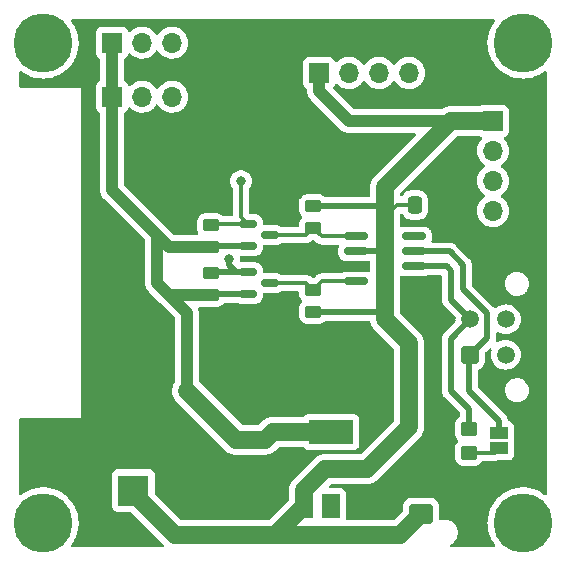
<source format=gbl>
G04 #@! TF.GenerationSoftware,KiCad,Pcbnew,6.0.4-6f826c9f35~116~ubuntu18.04.1*
G04 #@! TF.CreationDate,2022-04-26T12:07:31+08:00*
G04 #@! TF.ProjectId,ESP32_CAN_TEST,45535033-325f-4434-914e-5f544553542e,rev?*
G04 #@! TF.SameCoordinates,Original*
G04 #@! TF.FileFunction,Copper,L2,Bot*
G04 #@! TF.FilePolarity,Positive*
%FSLAX46Y46*%
G04 Gerber Fmt 4.6, Leading zero omitted, Abs format (unit mm)*
G04 Created by KiCad (PCBNEW 6.0.4-6f826c9f35~116~ubuntu18.04.1) date 2022-04-26 12:07:31*
%MOMM*%
%LPD*%
G01*
G04 APERTURE LIST*
G04 Aperture macros list*
%AMRoundRect*
0 Rectangle with rounded corners*
0 $1 Rounding radius*
0 $2 $3 $4 $5 $6 $7 $8 $9 X,Y pos of 4 corners*
0 Add a 4 corners polygon primitive as box body*
4,1,4,$2,$3,$4,$5,$6,$7,$8,$9,$2,$3,0*
0 Add four circle primitives for the rounded corners*
1,1,$1+$1,$2,$3*
1,1,$1+$1,$4,$5*
1,1,$1+$1,$6,$7*
1,1,$1+$1,$8,$9*
0 Add four rect primitives between the rounded corners*
20,1,$1+$1,$2,$3,$4,$5,0*
20,1,$1+$1,$4,$5,$6,$7,0*
20,1,$1+$1,$6,$7,$8,$9,0*
20,1,$1+$1,$8,$9,$2,$3,0*%
G04 Aperture macros list end*
G04 #@! TA.AperFunction,ComponentPad*
%ADD10RoundRect,0.250000X0.750000X-0.600000X0.750000X0.600000X-0.750000X0.600000X-0.750000X-0.600000X0*%
G04 #@! TD*
G04 #@! TA.AperFunction,ComponentPad*
%ADD11O,2.000000X1.700000*%
G04 #@! TD*
G04 #@! TA.AperFunction,ComponentPad*
%ADD12RoundRect,0.250001X0.499999X-0.499999X0.499999X0.499999X-0.499999X0.499999X-0.499999X-0.499999X0*%
G04 #@! TD*
G04 #@! TA.AperFunction,ComponentPad*
%ADD13C,1.500000*%
G04 #@! TD*
G04 #@! TA.AperFunction,ComponentPad*
%ADD14R,1.700000X1.700000*%
G04 #@! TD*
G04 #@! TA.AperFunction,ComponentPad*
%ADD15O,1.700000X1.700000*%
G04 #@! TD*
G04 #@! TA.AperFunction,ComponentPad*
%ADD16R,2.600000X2.600000*%
G04 #@! TD*
G04 #@! TA.AperFunction,ComponentPad*
%ADD17C,2.600000*%
G04 #@! TD*
G04 #@! TA.AperFunction,SMDPad,CuDef*
%ADD18RoundRect,0.250000X0.450000X-0.262500X0.450000X0.262500X-0.450000X0.262500X-0.450000X-0.262500X0*%
G04 #@! TD*
G04 #@! TA.AperFunction,SMDPad,CuDef*
%ADD19R,1.500000X2.000000*%
G04 #@! TD*
G04 #@! TA.AperFunction,SMDPad,CuDef*
%ADD20R,3.800000X2.000000*%
G04 #@! TD*
G04 #@! TA.AperFunction,SMDPad,CuDef*
%ADD21RoundRect,0.250000X0.475000X-0.250000X0.475000X0.250000X-0.475000X0.250000X-0.475000X-0.250000X0*%
G04 #@! TD*
G04 #@! TA.AperFunction,SMDPad,CuDef*
%ADD22RoundRect,0.150000X-0.587500X-0.150000X0.587500X-0.150000X0.587500X0.150000X-0.587500X0.150000X0*%
G04 #@! TD*
G04 #@! TA.AperFunction,SMDPad,CuDef*
%ADD23RoundRect,0.250000X-0.337500X-0.475000X0.337500X-0.475000X0.337500X0.475000X-0.337500X0.475000X0*%
G04 #@! TD*
G04 #@! TA.AperFunction,SMDPad,CuDef*
%ADD24RoundRect,0.250000X-0.475000X0.250000X-0.475000X-0.250000X0.475000X-0.250000X0.475000X0.250000X0*%
G04 #@! TD*
G04 #@! TA.AperFunction,SMDPad,CuDef*
%ADD25RoundRect,0.250000X0.450000X-0.350000X0.450000X0.350000X-0.450000X0.350000X-0.450000X-0.350000X0*%
G04 #@! TD*
G04 #@! TA.AperFunction,SMDPad,CuDef*
%ADD26R,1.500000X1.000000*%
G04 #@! TD*
G04 #@! TA.AperFunction,SMDPad,CuDef*
%ADD27RoundRect,0.150000X-0.825000X-0.150000X0.825000X-0.150000X0.825000X0.150000X-0.825000X0.150000X0*%
G04 #@! TD*
G04 #@! TA.AperFunction,SMDPad,CuDef*
%ADD28RoundRect,0.250000X-0.450000X0.262500X-0.450000X-0.262500X0.450000X-0.262500X0.450000X0.262500X0*%
G04 #@! TD*
G04 #@! TA.AperFunction,ViaPad*
%ADD29C,0.800000*%
G04 #@! TD*
G04 #@! TA.AperFunction,ViaPad*
%ADD30C,5.000000*%
G04 #@! TD*
G04 #@! TA.AperFunction,ViaPad*
%ADD31C,1.200000*%
G04 #@! TD*
G04 #@! TA.AperFunction,Conductor*
%ADD32C,1.000000*%
G04 #@! TD*
G04 #@! TA.AperFunction,Conductor*
%ADD33C,0.500000*%
G04 #@! TD*
G04 #@! TA.AperFunction,Conductor*
%ADD34C,1.500000*%
G04 #@! TD*
G04 #@! TA.AperFunction,Conductor*
%ADD35C,0.350000*%
G04 #@! TD*
G04 APERTURE END LIST*
D10*
X136144000Y-83038000D03*
D11*
X136144000Y-80538000D03*
D12*
X140325000Y-69572000D03*
D13*
X140325000Y-66572000D03*
X143325000Y-69572000D03*
X143325000Y-66572000D03*
D14*
X109992000Y-47727000D03*
D15*
X112532000Y-47727000D03*
X115072000Y-47727000D03*
X117612000Y-47727000D03*
D14*
X142240000Y-49784000D03*
D15*
X142240000Y-52324000D03*
X142240000Y-54864000D03*
X142240000Y-57404000D03*
X142240000Y-59944000D03*
D14*
X127508000Y-45720000D03*
D15*
X130048000Y-45720000D03*
X132588000Y-45720000D03*
X135128000Y-45720000D03*
X137668000Y-45720000D03*
D16*
X111800000Y-81077000D03*
D17*
X116800000Y-81077000D03*
D14*
X109992000Y-43155000D03*
D15*
X112532000Y-43155000D03*
X115072000Y-43155000D03*
X117612000Y-43155000D03*
D18*
X127000000Y-65936500D03*
X127000000Y-64111500D03*
X118364000Y-64516000D03*
X118364000Y-62691000D03*
D19*
X130824000Y-82398000D03*
D20*
X128524000Y-76098000D03*
D19*
X128524000Y-82398000D03*
X126224000Y-82398000D03*
D21*
X121920000Y-84770000D03*
X121920000Y-82870000D03*
D22*
X121490500Y-64450000D03*
X121490500Y-62550000D03*
X123365500Y-63500000D03*
D18*
X118364000Y-60452000D03*
X118364000Y-58627000D03*
D23*
X135614500Y-56896000D03*
X137689500Y-56896000D03*
D24*
X122936000Y-76774000D03*
X122936000Y-78674000D03*
D25*
X140208000Y-77866000D03*
X140208000Y-75866000D03*
D26*
X142748000Y-76200000D03*
X142748000Y-77500000D03*
D27*
X130621000Y-63373000D03*
X130621000Y-62103000D03*
X130621000Y-60833000D03*
X130621000Y-59563000D03*
X135571000Y-59563000D03*
X135571000Y-60833000D03*
X135571000Y-62103000D03*
X135571000Y-63373000D03*
D28*
X127000000Y-56999500D03*
X127000000Y-58824500D03*
D22*
X121490500Y-60386000D03*
X121490500Y-58486000D03*
X123365500Y-59436000D03*
D29*
X133604000Y-82804000D03*
X138176000Y-58928000D03*
X137160000Y-76708000D03*
X141732000Y-81280000D03*
X124460000Y-78232000D03*
D30*
X104140000Y-43180000D03*
X104140000Y-83820000D03*
X144780000Y-83820000D03*
X144780000Y-43180000D03*
D31*
X116332000Y-72644000D03*
D29*
X124460000Y-61468000D03*
X131064000Y-67564000D03*
X130048000Y-54864000D03*
X119888000Y-61468000D03*
X120904000Y-54864000D03*
D32*
X116332000Y-66040000D02*
X113792000Y-63500000D01*
X109992000Y-43155000D02*
X109992000Y-47727000D01*
X114808000Y-64516000D02*
X118364000Y-64516000D01*
D33*
X121490500Y-64450000D02*
X118430000Y-64450000D01*
X121490500Y-60386000D02*
X118430000Y-60386000D01*
D34*
X122936000Y-76774000D02*
X120462000Y-76774000D01*
D32*
X109992000Y-47727000D02*
X109992000Y-55636000D01*
D33*
X118430000Y-64450000D02*
X118364000Y-64516000D01*
D34*
X120462000Y-76774000D02*
X116332000Y-72644000D01*
D32*
X116332000Y-72644000D02*
X116332000Y-66040000D01*
X109992000Y-55636000D02*
X113792000Y-59436000D01*
D33*
X118430000Y-60386000D02*
X118364000Y-60452000D01*
D32*
X113792000Y-59436000D02*
X114808000Y-60452000D01*
X113792000Y-59436000D02*
X113792000Y-63500000D01*
D34*
X123612000Y-76098000D02*
X122936000Y-76774000D01*
D32*
X113792000Y-63500000D02*
X114808000Y-64516000D01*
D34*
X128524000Y-76098000D02*
X123612000Y-76098000D01*
D32*
X114808000Y-60452000D02*
X118364000Y-60452000D01*
X127508000Y-47244000D02*
X130048000Y-49784000D01*
D34*
X133096000Y-55372000D02*
X138684000Y-49784000D01*
D33*
X132992500Y-56999500D02*
X133096000Y-56896000D01*
D34*
X134346000Y-84836000D02*
X136144000Y-83038000D01*
D33*
X133096000Y-56896000D02*
X133096000Y-55372000D01*
D34*
X133604000Y-67056000D02*
X133096000Y-66548000D01*
X133604000Y-67056000D02*
X135128000Y-68580000D01*
D32*
X130048000Y-49784000D02*
X138684000Y-49784000D01*
D34*
X126224000Y-82398000D02*
X123786000Y-84836000D01*
D35*
X134112000Y-56896000D02*
X133096000Y-57912000D01*
D33*
X132484500Y-65936500D02*
X127000000Y-65936500D01*
D34*
X111800000Y-81320000D02*
X111800000Y-81077000D01*
X133096000Y-57912000D02*
X133096000Y-55372000D01*
X123786000Y-84836000D02*
X115316000Y-84836000D01*
X123786000Y-84836000D02*
X134346000Y-84836000D01*
X138684000Y-49784000D02*
X142240000Y-49784000D01*
D32*
X127508000Y-45720000D02*
X127508000Y-47244000D01*
D34*
X133096000Y-60960000D02*
X133096000Y-57912000D01*
D33*
X130621000Y-60833000D02*
X132969000Y-60833000D01*
D34*
X133096000Y-66548000D02*
X133096000Y-60960000D01*
X126224000Y-81040000D02*
X126224000Y-82398000D01*
D33*
X132969000Y-60833000D02*
X133096000Y-60960000D01*
D34*
X135128000Y-75692000D02*
X131572000Y-79248000D01*
X131572000Y-79248000D02*
X128016000Y-79248000D01*
X128016000Y-79248000D02*
X126224000Y-81040000D01*
D35*
X135614500Y-56896000D02*
X134112000Y-56896000D01*
D33*
X133604000Y-67056000D02*
X132484500Y-65936500D01*
X127000000Y-56999500D02*
X132992500Y-56999500D01*
D34*
X115316000Y-84836000D02*
X111800000Y-81320000D01*
X135128000Y-68580000D02*
X135128000Y-75692000D01*
D33*
X139700000Y-61976000D02*
X139700000Y-64008000D01*
X135571000Y-60833000D02*
X138557000Y-60833000D01*
X139700000Y-64008000D02*
X141732000Y-66040000D01*
X138557000Y-60833000D02*
X139700000Y-61976000D01*
X140208000Y-69689000D02*
X140208000Y-72644000D01*
X142748000Y-75184000D02*
X142748000Y-76200000D01*
X141732000Y-68165000D02*
X140208000Y-69689000D01*
X141732000Y-66040000D02*
X141732000Y-68165000D01*
X140208000Y-72644000D02*
X142748000Y-75184000D01*
X138684000Y-72644000D02*
X138684000Y-68213000D01*
X140208000Y-74168000D02*
X138684000Y-72644000D01*
X138684000Y-68213000D02*
X140325000Y-66572000D01*
X138684000Y-64931000D02*
X138684000Y-62484000D01*
X140325000Y-66572000D02*
X138684000Y-64931000D01*
X138303000Y-62103000D02*
X135571000Y-62103000D01*
X140208000Y-75866000D02*
X140208000Y-74168000D01*
X138684000Y-62484000D02*
X138303000Y-62103000D01*
D35*
X140208000Y-77866000D02*
X142382000Y-77866000D01*
X142382000Y-77866000D02*
X142748000Y-77500000D01*
D33*
X119888000Y-61468000D02*
X119888000Y-61976000D01*
X119888000Y-61976000D02*
X120462000Y-62550000D01*
X118505000Y-62550000D02*
X118364000Y-62691000D01*
X120462000Y-62550000D02*
X118505000Y-62550000D01*
X120462000Y-62550000D02*
X121490500Y-62550000D01*
D35*
X120904000Y-57899500D02*
X121490500Y-58486000D01*
X118505000Y-58486000D02*
X118364000Y-58627000D01*
X120904000Y-54864000D02*
X120904000Y-57899500D01*
X121490500Y-58486000D02*
X118505000Y-58486000D01*
X123365500Y-63500000D02*
X126388500Y-63500000D01*
X130621000Y-63373000D02*
X127738500Y-63373000D01*
X127738500Y-63373000D02*
X127000000Y-64111500D01*
X126388500Y-63500000D02*
X127000000Y-64111500D01*
X126388500Y-59436000D02*
X127000000Y-58824500D01*
X123365500Y-59436000D02*
X126388500Y-59436000D01*
X127738500Y-59563000D02*
X127000000Y-58824500D01*
X130621000Y-59563000D02*
X127738500Y-59563000D01*
G04 #@! TA.AperFunction,Conductor*
G36*
X142358920Y-41168502D02*
G01*
X142405413Y-41222158D01*
X142415517Y-41292432D01*
X142389954Y-41352244D01*
X142305386Y-41460098D01*
X142303493Y-41463187D01*
X142303491Y-41463190D01*
X142257233Y-41538676D01*
X142124105Y-41755921D01*
X142122580Y-41759206D01*
X142122578Y-41759210D01*
X142056879Y-41900747D01*
X141978027Y-42070620D01*
X141931670Y-42210791D01*
X141901703Y-42301403D01*
X141869087Y-42400023D01*
X141868351Y-42403578D01*
X141868350Y-42403581D01*
X141850793Y-42488360D01*
X141798730Y-42739764D01*
X141767888Y-43085341D01*
X141767983Y-43088971D01*
X141767983Y-43088972D01*
X141770367Y-43180000D01*
X141776970Y-43432171D01*
X141825856Y-43775660D01*
X141913897Y-44111253D01*
X142039927Y-44434503D01*
X142054584Y-44462185D01*
X142175113Y-44689825D01*
X142202275Y-44741126D01*
X142204325Y-44744109D01*
X142204327Y-44744112D01*
X142396733Y-45024064D01*
X142396739Y-45024071D01*
X142398790Y-45027056D01*
X142626866Y-45288505D01*
X142629551Y-45290948D01*
X142850881Y-45492342D01*
X142883481Y-45522006D01*
X143165233Y-45724466D01*
X143468388Y-45893200D01*
X143788928Y-46025972D01*
X143792422Y-46026967D01*
X143792424Y-46026968D01*
X144119103Y-46120025D01*
X144119108Y-46120026D01*
X144122604Y-46121022D01*
X144319304Y-46153233D01*
X144461412Y-46176504D01*
X144461419Y-46176505D01*
X144464993Y-46177090D01*
X144638276Y-46185262D01*
X144807931Y-46193263D01*
X144807932Y-46193263D01*
X144811558Y-46193434D01*
X144820415Y-46192830D01*
X145154073Y-46170084D01*
X145154081Y-46170083D01*
X145157704Y-46169836D01*
X145161279Y-46169173D01*
X145161282Y-46169173D01*
X145495279Y-46107270D01*
X145495283Y-46107269D01*
X145498844Y-46106609D01*
X145830456Y-46004592D01*
X146148145Y-45865136D01*
X146392511Y-45722341D01*
X146444560Y-45691926D01*
X146444562Y-45691925D01*
X146447700Y-45690091D01*
X146475647Y-45669108D01*
X146609847Y-45568348D01*
X146676332Y-45543442D01*
X146745728Y-45558434D01*
X146796001Y-45608565D01*
X146811500Y-45669108D01*
X146811500Y-81325176D01*
X146791498Y-81393297D01*
X146737842Y-81439790D01*
X146667568Y-81449894D01*
X146608420Y-81423139D01*
X146607669Y-81424129D01*
X146604775Y-81421932D01*
X146602019Y-81419578D01*
X146599016Y-81417560D01*
X146599008Y-81417554D01*
X146394729Y-81280285D01*
X146314047Y-81226069D01*
X146005741Y-81066940D01*
X145681189Y-80944302D01*
X145677668Y-80943418D01*
X145677663Y-80943416D01*
X145516378Y-80902904D01*
X145344692Y-80859780D01*
X145322476Y-80856855D01*
X145004315Y-80814968D01*
X145004307Y-80814967D01*
X145000711Y-80814494D01*
X144856045Y-80812221D01*
X144657446Y-80809101D01*
X144657442Y-80809101D01*
X144653804Y-80809044D01*
X144650190Y-80809405D01*
X144650184Y-80809405D01*
X144406843Y-80833694D01*
X144308569Y-80843503D01*
X143969583Y-80917414D01*
X143966156Y-80918587D01*
X143966150Y-80918589D01*
X143865434Y-80953072D01*
X143641339Y-81029797D01*
X143328188Y-81179163D01*
X143034279Y-81363532D01*
X143031443Y-81365804D01*
X143031436Y-81365809D01*
X142958641Y-81424129D01*
X142763509Y-81580459D01*
X142519466Y-81827071D01*
X142517225Y-81829929D01*
X142460732Y-81901978D01*
X142305386Y-82100098D01*
X142303493Y-82103187D01*
X142303491Y-82103190D01*
X142257233Y-82178676D01*
X142124105Y-82395921D01*
X142122580Y-82399206D01*
X142122578Y-82399210D01*
X142083505Y-82483386D01*
X141978027Y-82710620D01*
X141938292Y-82830767D01*
X141907986Y-82922405D01*
X141869087Y-83040023D01*
X141798730Y-83379764D01*
X141780897Y-83579578D01*
X141774868Y-83647137D01*
X141767888Y-83725341D01*
X141767983Y-83728971D01*
X141767983Y-83728972D01*
X141775249Y-84006434D01*
X141776970Y-84072171D01*
X141825856Y-84415660D01*
X141913897Y-84751253D01*
X142039927Y-85074503D01*
X142056997Y-85106742D01*
X142175113Y-85329825D01*
X142202275Y-85381126D01*
X142204325Y-85384109D01*
X142204327Y-85384112D01*
X142389908Y-85654133D01*
X142412008Y-85721602D01*
X142394123Y-85790309D01*
X142341931Y-85838440D01*
X142286068Y-85851500D01*
X138728663Y-85851500D01*
X138660542Y-85831498D01*
X138614049Y-85777842D01*
X138603945Y-85707568D01*
X138633439Y-85642988D01*
X138670971Y-85613484D01*
X138740249Y-85577804D01*
X138740252Y-85577802D01*
X138745580Y-85575058D01*
X138911920Y-85444396D01*
X138915852Y-85439865D01*
X138915855Y-85439862D01*
X139046621Y-85289167D01*
X139050552Y-85284637D01*
X139053552Y-85279451D01*
X139053555Y-85279447D01*
X139153467Y-85106742D01*
X139156473Y-85101546D01*
X139225861Y-84901729D01*
X139247679Y-84751253D01*
X139255352Y-84698336D01*
X139255352Y-84698333D01*
X139256213Y-84692396D01*
X139246433Y-84481101D01*
X139196875Y-84275466D01*
X139109326Y-84082913D01*
X138986946Y-83910389D01*
X138834150Y-83764119D01*
X138656452Y-83649380D01*
X138596354Y-83625160D01*
X138465832Y-83572558D01*
X138465829Y-83572557D01*
X138460263Y-83570314D01*
X138252663Y-83529772D01*
X138247101Y-83529500D01*
X138091154Y-83529500D01*
X137933434Y-83544548D01*
X137813969Y-83579595D01*
X137742973Y-83579578D01*
X137683256Y-83541180D01*
X137653778Y-83476592D01*
X137652500Y-83458690D01*
X137652500Y-82387600D01*
X137641526Y-82281834D01*
X137585550Y-82114054D01*
X137492478Y-81963652D01*
X137367303Y-81838695D01*
X137353082Y-81829929D01*
X137222968Y-81749725D01*
X137222966Y-81749724D01*
X137216738Y-81745885D01*
X137056254Y-81692655D01*
X137055389Y-81692368D01*
X137055387Y-81692368D01*
X137048861Y-81690203D01*
X137042025Y-81689503D01*
X137042022Y-81689502D01*
X136998969Y-81685091D01*
X136944400Y-81679500D01*
X135343600Y-81679500D01*
X135340354Y-81679837D01*
X135340350Y-81679837D01*
X135244692Y-81689762D01*
X135244688Y-81689763D01*
X135237834Y-81690474D01*
X135231298Y-81692655D01*
X135231296Y-81692655D01*
X135099194Y-81736728D01*
X135070054Y-81746450D01*
X134919652Y-81839522D01*
X134794695Y-81964697D01*
X134701885Y-82115262D01*
X134646203Y-82283139D01*
X134635500Y-82387600D01*
X134635500Y-82714522D01*
X134615498Y-82782643D01*
X134598595Y-82803618D01*
X133861616Y-83540596D01*
X133799304Y-83574621D01*
X133772521Y-83577500D01*
X129908209Y-83577500D01*
X129840088Y-83557498D01*
X129793595Y-83503842D01*
X129782670Y-83446134D01*
X129782500Y-83446134D01*
X129782500Y-81349866D01*
X129775745Y-81287684D01*
X129724615Y-81151295D01*
X129637261Y-81034739D01*
X129520705Y-80947385D01*
X129384316Y-80896255D01*
X129322134Y-80889500D01*
X128458477Y-80889500D01*
X128390356Y-80869498D01*
X128343863Y-80815842D01*
X128333759Y-80745568D01*
X128363253Y-80680988D01*
X128369382Y-80674405D01*
X128500382Y-80543405D01*
X128562694Y-80509379D01*
X128589477Y-80506500D01*
X131480604Y-80506500D01*
X131497051Y-80507578D01*
X131513516Y-80509746D01*
X131513520Y-80509746D01*
X131519086Y-80510479D01*
X131600489Y-80506640D01*
X131606424Y-80506500D01*
X131628999Y-80506500D01*
X131654989Y-80504181D01*
X131660248Y-80503822D01*
X131743488Y-80499896D01*
X131748947Y-80498646D01*
X131748952Y-80498645D01*
X131760970Y-80495892D01*
X131777899Y-80493211D01*
X131795762Y-80491617D01*
X131801178Y-80490135D01*
X131801180Y-80490135D01*
X131876133Y-80469630D01*
X131881251Y-80468344D01*
X131957000Y-80450995D01*
X131957002Y-80450994D01*
X131962470Y-80449742D01*
X131972970Y-80445263D01*
X131978967Y-80442706D01*
X131995142Y-80437073D01*
X132007039Y-80433818D01*
X132007043Y-80433817D01*
X132012451Y-80432337D01*
X132087667Y-80396461D01*
X132092476Y-80394290D01*
X132163949Y-80363804D01*
X132163950Y-80363804D01*
X132169109Y-80361603D01*
X132184110Y-80351749D01*
X132199025Y-80343346D01*
X132215218Y-80335622D01*
X132219769Y-80332352D01*
X132219772Y-80332350D01*
X132282881Y-80287001D01*
X132287232Y-80284011D01*
X132353010Y-80240804D01*
X132353018Y-80240798D01*
X132356874Y-80238265D01*
X132377662Y-80219743D01*
X132387939Y-80211510D01*
X132397654Y-80204529D01*
X132472063Y-80127745D01*
X132473452Y-80126335D01*
X135953263Y-76646525D01*
X135965654Y-76635657D01*
X135978848Y-76625533D01*
X135983292Y-76622123D01*
X136038158Y-76561826D01*
X136042257Y-76557531D01*
X136058198Y-76541590D01*
X136074942Y-76521564D01*
X136078401Y-76517599D01*
X136130708Y-76460115D01*
X136130709Y-76460114D01*
X136134485Y-76455964D01*
X136144016Y-76440770D01*
X136154085Y-76426910D01*
X136165593Y-76413147D01*
X136206869Y-76340782D01*
X136209579Y-76336253D01*
X136250885Y-76270405D01*
X136253864Y-76265656D01*
X136260553Y-76249017D01*
X136268012Y-76233587D01*
X136274119Y-76222881D01*
X136274123Y-76222872D01*
X136276898Y-76218007D01*
X136304712Y-76139462D01*
X136306573Y-76134537D01*
X136335561Y-76062428D01*
X136337656Y-76057217D01*
X136341296Y-76039639D01*
X136345902Y-76023146D01*
X136351888Y-76006241D01*
X136365352Y-75924021D01*
X136366314Y-75918833D01*
X136382276Y-75841756D01*
X136383213Y-75837233D01*
X136384816Y-75809437D01*
X136386263Y-75796331D01*
X136387286Y-75790086D01*
X136387287Y-75790079D01*
X136388193Y-75784543D01*
X136386516Y-75677769D01*
X136386500Y-75675791D01*
X136386500Y-68671395D01*
X136387578Y-68654948D01*
X136389746Y-68638483D01*
X136389746Y-68638479D01*
X136390479Y-68632913D01*
X136386640Y-68551510D01*
X136386500Y-68545575D01*
X136386500Y-68523001D01*
X136384181Y-68497013D01*
X136383822Y-68491750D01*
X136380160Y-68414112D01*
X136379896Y-68408511D01*
X136378645Y-68403048D01*
X136378644Y-68403042D01*
X136375893Y-68391032D01*
X136373211Y-68374099D01*
X136372116Y-68361832D01*
X136371617Y-68356238D01*
X136365114Y-68332465D01*
X136354453Y-68293498D01*
X136349624Y-68275848D01*
X136348341Y-68270739D01*
X136341265Y-68239842D01*
X136329742Y-68189530D01*
X136322706Y-68173033D01*
X136317073Y-68156858D01*
X136313818Y-68144961D01*
X136313817Y-68144957D01*
X136312337Y-68139549D01*
X136276461Y-68064333D01*
X136274290Y-68059524D01*
X136243804Y-67988051D01*
X136243804Y-67988050D01*
X136241603Y-67982891D01*
X136231749Y-67967890D01*
X136223343Y-67952970D01*
X136218035Y-67941841D01*
X136215622Y-67936782D01*
X136212354Y-67932234D01*
X136212351Y-67932229D01*
X136166998Y-67869114D01*
X136164009Y-67864765D01*
X136118265Y-67795125D01*
X136099747Y-67774341D01*
X136091498Y-67764045D01*
X136087804Y-67758904D01*
X136084529Y-67754346D01*
X136007777Y-67679968D01*
X136006367Y-67678579D01*
X134391405Y-66063617D01*
X134357379Y-66001305D01*
X134354500Y-65974522D01*
X134354500Y-62992803D01*
X134374502Y-62924682D01*
X134428158Y-62878189D01*
X134498432Y-62868085D01*
X134515652Y-62871806D01*
X134642169Y-62908562D01*
X134648574Y-62909066D01*
X134648579Y-62909067D01*
X134677042Y-62911307D01*
X134677050Y-62911307D01*
X134679498Y-62911500D01*
X136462502Y-62911500D01*
X136464950Y-62911307D01*
X136464958Y-62911307D01*
X136493421Y-62909067D01*
X136493426Y-62909066D01*
X136499831Y-62908562D01*
X136506007Y-62906768D01*
X136506011Y-62906767D01*
X136644602Y-62866503D01*
X136679754Y-62861500D01*
X137799500Y-62861500D01*
X137867621Y-62881502D01*
X137914114Y-62935158D01*
X137925500Y-62987500D01*
X137925500Y-64863930D01*
X137924067Y-64882880D01*
X137920801Y-64904349D01*
X137921394Y-64911641D01*
X137921394Y-64911644D01*
X137925085Y-64957018D01*
X137925500Y-64967233D01*
X137925500Y-64975293D01*
X137925925Y-64978937D01*
X137928789Y-65003507D01*
X137929222Y-65007882D01*
X137934103Y-65067886D01*
X137935140Y-65080637D01*
X137937396Y-65087601D01*
X137938587Y-65093560D01*
X137939971Y-65099415D01*
X137940818Y-65106681D01*
X137965735Y-65175327D01*
X137967152Y-65179455D01*
X137980358Y-65220218D01*
X137989649Y-65248899D01*
X137993445Y-65255154D01*
X137995951Y-65260628D01*
X137998670Y-65266058D01*
X138001167Y-65272937D01*
X138005180Y-65279057D01*
X138005180Y-65279058D01*
X138041186Y-65333976D01*
X138043523Y-65337680D01*
X138081405Y-65400107D01*
X138085121Y-65404315D01*
X138085122Y-65404316D01*
X138088803Y-65408484D01*
X138088776Y-65408508D01*
X138091429Y-65411500D01*
X138094132Y-65414733D01*
X138098144Y-65420852D01*
X138103456Y-65425884D01*
X138154383Y-65474128D01*
X138156825Y-65476506D01*
X139035482Y-66355163D01*
X139069508Y-66417475D01*
X139071908Y-66455239D01*
X139062172Y-66566524D01*
X139061693Y-66572000D01*
X139062172Y-66577475D01*
X139062172Y-66577476D01*
X139071908Y-66688761D01*
X139057919Y-66758365D01*
X139035482Y-66788837D01*
X138195089Y-67629230D01*
X138180677Y-67641616D01*
X138169082Y-67650149D01*
X138169077Y-67650154D01*
X138163182Y-67654492D01*
X138158443Y-67660070D01*
X138158440Y-67660073D01*
X138128965Y-67694768D01*
X138122035Y-67702284D01*
X138116340Y-67707979D01*
X138114060Y-67710861D01*
X138098719Y-67730251D01*
X138095928Y-67733655D01*
X138074294Y-67759120D01*
X138048667Y-67789285D01*
X138045339Y-67795801D01*
X138041972Y-67800850D01*
X138038805Y-67805979D01*
X138034266Y-67811716D01*
X138003345Y-67877875D01*
X138001442Y-67881769D01*
X137968231Y-67946808D01*
X137966492Y-67953916D01*
X137964393Y-67959559D01*
X137962476Y-67965322D01*
X137959378Y-67971950D01*
X137957888Y-67979112D01*
X137957888Y-67979113D01*
X137944514Y-68043412D01*
X137943544Y-68047696D01*
X137926192Y-68118610D01*
X137925500Y-68129764D01*
X137925464Y-68129762D01*
X137925225Y-68133755D01*
X137924851Y-68137947D01*
X137923360Y-68145115D01*
X137923558Y-68152432D01*
X137925454Y-68222521D01*
X137925500Y-68225928D01*
X137925500Y-72576930D01*
X137924067Y-72595880D01*
X137920801Y-72617349D01*
X137921394Y-72624641D01*
X137921394Y-72624644D01*
X137925085Y-72670018D01*
X137925500Y-72680233D01*
X137925500Y-72688293D01*
X137925925Y-72691937D01*
X137928789Y-72716507D01*
X137929222Y-72720882D01*
X137933687Y-72775768D01*
X137935140Y-72793637D01*
X137937396Y-72800601D01*
X137938587Y-72806560D01*
X137939971Y-72812415D01*
X137940818Y-72819681D01*
X137965735Y-72888327D01*
X137967152Y-72892455D01*
X137986319Y-72951619D01*
X137989649Y-72961899D01*
X137993445Y-72968154D01*
X137995951Y-72973628D01*
X137998670Y-72979058D01*
X138001167Y-72985937D01*
X138005180Y-72992057D01*
X138005180Y-72992058D01*
X138041186Y-73046976D01*
X138043523Y-73050680D01*
X138081405Y-73113107D01*
X138085121Y-73117315D01*
X138085122Y-73117316D01*
X138088803Y-73121484D01*
X138088776Y-73121508D01*
X138091429Y-73124500D01*
X138094132Y-73127733D01*
X138098144Y-73133852D01*
X138154383Y-73187128D01*
X138156825Y-73189506D01*
X139412595Y-74445276D01*
X139446621Y-74507588D01*
X139449500Y-74534371D01*
X139449500Y-74744689D01*
X139429498Y-74812810D01*
X139389804Y-74851833D01*
X139283652Y-74917522D01*
X139158695Y-75042697D01*
X139154855Y-75048927D01*
X139154854Y-75048928D01*
X139085496Y-75161448D01*
X139065885Y-75193262D01*
X139039436Y-75273005D01*
X139015915Y-75343919D01*
X139010203Y-75361139D01*
X138999500Y-75465600D01*
X138999500Y-76266400D01*
X138999837Y-76269646D01*
X138999837Y-76269650D01*
X139007218Y-76340782D01*
X139010474Y-76372166D01*
X139066450Y-76539946D01*
X139159522Y-76690348D01*
X139164704Y-76695521D01*
X139246109Y-76776784D01*
X139280188Y-76839066D01*
X139275185Y-76909886D01*
X139246264Y-76954975D01*
X139245957Y-76955283D01*
X139158695Y-77042697D01*
X139154855Y-77048927D01*
X139154854Y-77048928D01*
X139097042Y-77142717D01*
X139065885Y-77193262D01*
X139063581Y-77200209D01*
X139018443Y-77336297D01*
X139010203Y-77361139D01*
X138999500Y-77465600D01*
X138999500Y-78266400D01*
X138999837Y-78269646D01*
X138999837Y-78269650D01*
X139002520Y-78295503D01*
X139010474Y-78372166D01*
X139066450Y-78539946D01*
X139159522Y-78690348D01*
X139284697Y-78815305D01*
X139290927Y-78819145D01*
X139290928Y-78819146D01*
X139428090Y-78903694D01*
X139435262Y-78908115D01*
X139515005Y-78934564D01*
X139596611Y-78961632D01*
X139596613Y-78961632D01*
X139603139Y-78963797D01*
X139609975Y-78964497D01*
X139609978Y-78964498D01*
X139653031Y-78968909D01*
X139707600Y-78974500D01*
X140708400Y-78974500D01*
X140711646Y-78974163D01*
X140711650Y-78974163D01*
X140807308Y-78964238D01*
X140807312Y-78964237D01*
X140814166Y-78963526D01*
X140820702Y-78961345D01*
X140820704Y-78961345D01*
X140952806Y-78917272D01*
X140981946Y-78907550D01*
X141132348Y-78814478D01*
X141257305Y-78689303D01*
X141306568Y-78609384D01*
X141359340Y-78561891D01*
X141413828Y-78549500D01*
X142353955Y-78549500D01*
X142362524Y-78549792D01*
X142410458Y-78553060D01*
X142410462Y-78553060D01*
X142418034Y-78553576D01*
X142425511Y-78552271D01*
X142425514Y-78552271D01*
X142478647Y-78542998D01*
X142485171Y-78542035D01*
X142538691Y-78535558D01*
X142546235Y-78534645D01*
X142553345Y-78531958D01*
X142558248Y-78530754D01*
X142568700Y-78527895D01*
X142573517Y-78526441D01*
X142581004Y-78525134D01*
X142594688Y-78519127D01*
X142645334Y-78508500D01*
X143546134Y-78508500D01*
X143608316Y-78501745D01*
X143744705Y-78450615D01*
X143861261Y-78363261D01*
X143948615Y-78246705D01*
X143999745Y-78110316D01*
X144006500Y-78048134D01*
X144006500Y-76951866D01*
X143999745Y-76889684D01*
X143996971Y-76882285D01*
X143996225Y-76879146D01*
X143996225Y-76820854D01*
X143996971Y-76817715D01*
X143999745Y-76810316D01*
X144006500Y-76748134D01*
X144006500Y-75651866D01*
X143999745Y-75589684D01*
X143948615Y-75453295D01*
X143861261Y-75336739D01*
X143744705Y-75249385D01*
X143650839Y-75214196D01*
X143615714Y-75201028D01*
X143615711Y-75201027D01*
X143608316Y-75198255D01*
X143600460Y-75197402D01*
X143597362Y-75196665D01*
X143535715Y-75161448D01*
X143502894Y-75098493D01*
X143500922Y-75084298D01*
X143497454Y-75041661D01*
X143497453Y-75041658D01*
X143496860Y-75034363D01*
X143494604Y-75027399D01*
X143493413Y-75021440D01*
X143492029Y-75015585D01*
X143491182Y-75008319D01*
X143466265Y-74939673D01*
X143464848Y-74935545D01*
X143444607Y-74873064D01*
X143444606Y-74873062D01*
X143442351Y-74866101D01*
X143438555Y-74859846D01*
X143436049Y-74854372D01*
X143433330Y-74848942D01*
X143430833Y-74842063D01*
X143390809Y-74781016D01*
X143388472Y-74777312D01*
X143353509Y-74719693D01*
X143353505Y-74719688D01*
X143350595Y-74714892D01*
X143343197Y-74706516D01*
X143343223Y-74706493D01*
X143340574Y-74703503D01*
X143337866Y-74700264D01*
X143333856Y-74694148D01*
X143328549Y-74689121D01*
X143328546Y-74689117D01*
X143277617Y-74640872D01*
X143275175Y-74638494D01*
X141201606Y-72564925D01*
X143251645Y-72564925D01*
X143252204Y-72571065D01*
X143261674Y-72675120D01*
X143269570Y-72761888D01*
X143271308Y-72767794D01*
X143271309Y-72767798D01*
X143302249Y-72872924D01*
X143325410Y-72951619D01*
X143328263Y-72957077D01*
X143328265Y-72957081D01*
X143336916Y-72973628D01*
X143417040Y-73126890D01*
X143540968Y-73281025D01*
X143545692Y-73284989D01*
X143552933Y-73291065D01*
X143692474Y-73408154D01*
X143697872Y-73411121D01*
X143697877Y-73411125D01*
X143807717Y-73471509D01*
X143865787Y-73503433D01*
X143871654Y-73505294D01*
X143871656Y-73505295D01*
X144048436Y-73561373D01*
X144054306Y-73563235D01*
X144208227Y-73580500D01*
X144314769Y-73580500D01*
X144317825Y-73580200D01*
X144317832Y-73580200D01*
X144376340Y-73574463D01*
X144461833Y-73566080D01*
X144467734Y-73564298D01*
X144467736Y-73564298D01*
X144541053Y-73542162D01*
X144651169Y-73508916D01*
X144825796Y-73416066D01*
X144912062Y-73345709D01*
X144974287Y-73294960D01*
X144974290Y-73294957D01*
X144979062Y-73291065D01*
X144991344Y-73276219D01*
X145101201Y-73143425D01*
X145101203Y-73143421D01*
X145105130Y-73138675D01*
X145199198Y-72964701D01*
X145257682Y-72775768D01*
X145267723Y-72680233D01*
X145277711Y-72585204D01*
X145277711Y-72585202D01*
X145278355Y-72579075D01*
X145260430Y-72382112D01*
X145204590Y-72192381D01*
X145194919Y-72173881D01*
X145115813Y-72022568D01*
X145112960Y-72017110D01*
X144989032Y-71862975D01*
X144982727Y-71857684D01*
X144966334Y-71843929D01*
X144837526Y-71735846D01*
X144832128Y-71732879D01*
X144832123Y-71732875D01*
X144669608Y-71643533D01*
X144669609Y-71643533D01*
X144664213Y-71640567D01*
X144658346Y-71638706D01*
X144658344Y-71638705D01*
X144481564Y-71582627D01*
X144481563Y-71582627D01*
X144475694Y-71580765D01*
X144321773Y-71563500D01*
X144215231Y-71563500D01*
X144212175Y-71563800D01*
X144212168Y-71563800D01*
X144153660Y-71569537D01*
X144068167Y-71577920D01*
X144062266Y-71579702D01*
X144062264Y-71579702D01*
X143988947Y-71601838D01*
X143878831Y-71635084D01*
X143704204Y-71727934D01*
X143617938Y-71798291D01*
X143555713Y-71849040D01*
X143555710Y-71849043D01*
X143550938Y-71852935D01*
X143547011Y-71857682D01*
X143547009Y-71857684D01*
X143428799Y-72000575D01*
X143428797Y-72000579D01*
X143424870Y-72005325D01*
X143330802Y-72179299D01*
X143272318Y-72368232D01*
X143251645Y-72564925D01*
X141201606Y-72564925D01*
X141003405Y-72366724D01*
X140969379Y-72304412D01*
X140966500Y-72277629D01*
X140966500Y-70915209D01*
X140986502Y-70847088D01*
X141040158Y-70800595D01*
X141052619Y-70795687D01*
X141148945Y-70763550D01*
X141299348Y-70670478D01*
X141424305Y-70545303D01*
X141517115Y-70394738D01*
X141572797Y-70226861D01*
X141583500Y-70122400D01*
X141583500Y-69438371D01*
X141603502Y-69370250D01*
X141620405Y-69349276D01*
X141918152Y-69051529D01*
X141980464Y-69017503D01*
X142051279Y-69022568D01*
X142108115Y-69065115D01*
X142132926Y-69131635D01*
X142128954Y-69173236D01*
X142080885Y-69352629D01*
X142061693Y-69572000D01*
X142080885Y-69791371D01*
X142137880Y-70004076D01*
X142140205Y-70009061D01*
X142228618Y-70198666D01*
X142228621Y-70198671D01*
X142230944Y-70203653D01*
X142234100Y-70208160D01*
X142234101Y-70208162D01*
X142242406Y-70220022D01*
X142357251Y-70384038D01*
X142512962Y-70539749D01*
X142517471Y-70542906D01*
X142517473Y-70542908D01*
X142592241Y-70595261D01*
X142693346Y-70666056D01*
X142892924Y-70759120D01*
X143105629Y-70816115D01*
X143325000Y-70835307D01*
X143544371Y-70816115D01*
X143757076Y-70759120D01*
X143956654Y-70666056D01*
X144057759Y-70595261D01*
X144132527Y-70542908D01*
X144132529Y-70542906D01*
X144137038Y-70539749D01*
X144292749Y-70384038D01*
X144407595Y-70220022D01*
X144415899Y-70208162D01*
X144415900Y-70208160D01*
X144419056Y-70203653D01*
X144421379Y-70198671D01*
X144421382Y-70198666D01*
X144509795Y-70009061D01*
X144512120Y-70004076D01*
X144569115Y-69791371D01*
X144588307Y-69572000D01*
X144569115Y-69352629D01*
X144512120Y-69139924D01*
X144455034Y-69017503D01*
X144421382Y-68945334D01*
X144421379Y-68945329D01*
X144419056Y-68940347D01*
X144292749Y-68759962D01*
X144137038Y-68604251D01*
X144114851Y-68588715D01*
X144023284Y-68524599D01*
X143956654Y-68477944D01*
X143757076Y-68384880D01*
X143544371Y-68327885D01*
X143325000Y-68308693D01*
X143105629Y-68327885D01*
X142892924Y-68384880D01*
X142799562Y-68428415D01*
X142698334Y-68475618D01*
X142698329Y-68475621D01*
X142693347Y-68477944D01*
X142673630Y-68491750D01*
X142659117Y-68501912D01*
X142591843Y-68524599D01*
X142522982Y-68507313D01*
X142474399Y-68455543D01*
X142461517Y-68385725D01*
X142463488Y-68373038D01*
X142471483Y-68334603D01*
X142472453Y-68330315D01*
X142473882Y-68324474D01*
X142489808Y-68259390D01*
X142490500Y-68248236D01*
X142490536Y-68248238D01*
X142490775Y-68244248D01*
X142491150Y-68240050D01*
X142492640Y-68232885D01*
X142490546Y-68155479D01*
X142490500Y-68152072D01*
X142490500Y-67766066D01*
X142510502Y-67697945D01*
X142564158Y-67651452D01*
X142634432Y-67641348D01*
X142683680Y-67660836D01*
X142684076Y-67660150D01*
X142688716Y-67662829D01*
X142688764Y-67662848D01*
X142688801Y-67662873D01*
X142693346Y-67666056D01*
X142892924Y-67759120D01*
X143105629Y-67816115D01*
X143325000Y-67835307D01*
X143544371Y-67816115D01*
X143757076Y-67759120D01*
X143956654Y-67666056D01*
X144137038Y-67539749D01*
X144292749Y-67384038D01*
X144326165Y-67336316D01*
X144415899Y-67208162D01*
X144415900Y-67208160D01*
X144419056Y-67203653D01*
X144421379Y-67198671D01*
X144421382Y-67198666D01*
X144509795Y-67009061D01*
X144512120Y-67004076D01*
X144569115Y-66791371D01*
X144588307Y-66572000D01*
X144569115Y-66352629D01*
X144512120Y-66139924D01*
X144444761Y-65995471D01*
X144421382Y-65945334D01*
X144421379Y-65945329D01*
X144419056Y-65940347D01*
X144292749Y-65759962D01*
X144137038Y-65604251D01*
X143956654Y-65477944D01*
X143757076Y-65384880D01*
X143544371Y-65327885D01*
X143325000Y-65308693D01*
X143105629Y-65327885D01*
X142892924Y-65384880D01*
X142835837Y-65411500D01*
X142698334Y-65475618D01*
X142698329Y-65475621D01*
X142693347Y-65477944D01*
X142688840Y-65481100D01*
X142688838Y-65481101D01*
X142609475Y-65536672D01*
X142512962Y-65604251D01*
X142511643Y-65602368D01*
X142455615Y-65626895D01*
X142385509Y-65615684D01*
X142338170Y-65576592D01*
X142337504Y-65575688D01*
X142334595Y-65570893D01*
X142327197Y-65562516D01*
X142327224Y-65562492D01*
X142324571Y-65559500D01*
X142321868Y-65556267D01*
X142317856Y-65550148D01*
X142261617Y-65496872D01*
X142259175Y-65494494D01*
X140495405Y-63730724D01*
X140461379Y-63668412D01*
X140458500Y-63641629D01*
X140458500Y-63564925D01*
X143251645Y-63564925D01*
X143256461Y-63617842D01*
X143263650Y-63696833D01*
X143269570Y-63761888D01*
X143271308Y-63767794D01*
X143271309Y-63767798D01*
X143276951Y-63786967D01*
X143325410Y-63951619D01*
X143328263Y-63957077D01*
X143328265Y-63957081D01*
X143374988Y-64046453D01*
X143417040Y-64126890D01*
X143540968Y-64281025D01*
X143545692Y-64284989D01*
X143552933Y-64291065D01*
X143692474Y-64408154D01*
X143697872Y-64411121D01*
X143697877Y-64411125D01*
X143841180Y-64489905D01*
X143865787Y-64503433D01*
X143871654Y-64505294D01*
X143871656Y-64505295D01*
X143970670Y-64536704D01*
X144054306Y-64563235D01*
X144208227Y-64580500D01*
X144314769Y-64580500D01*
X144317825Y-64580200D01*
X144317832Y-64580200D01*
X144376340Y-64574463D01*
X144461833Y-64566080D01*
X144467734Y-64564298D01*
X144467736Y-64564298D01*
X144563486Y-64535389D01*
X144651169Y-64508916D01*
X144825796Y-64416066D01*
X144957685Y-64308500D01*
X144974287Y-64294960D01*
X144974290Y-64294957D01*
X144979062Y-64291065D01*
X144991344Y-64276219D01*
X145101201Y-64143425D01*
X145101203Y-64143421D01*
X145105130Y-64138675D01*
X145199198Y-63964701D01*
X145257682Y-63775768D01*
X145265359Y-63702728D01*
X145277711Y-63585204D01*
X145277711Y-63585202D01*
X145278355Y-63579075D01*
X145266769Y-63451764D01*
X145260989Y-63388251D01*
X145260988Y-63388248D01*
X145260430Y-63382112D01*
X145231460Y-63283677D01*
X145206330Y-63198294D01*
X145204590Y-63192381D01*
X145194919Y-63173881D01*
X145115813Y-63022568D01*
X145112960Y-63017110D01*
X144989032Y-62862975D01*
X144982727Y-62857684D01*
X144961759Y-62840090D01*
X144837526Y-62735846D01*
X144832128Y-62732879D01*
X144832123Y-62732875D01*
X144669608Y-62643533D01*
X144669609Y-62643533D01*
X144664213Y-62640567D01*
X144658346Y-62638706D01*
X144658344Y-62638705D01*
X144481564Y-62582627D01*
X144481563Y-62582627D01*
X144475694Y-62580765D01*
X144321773Y-62563500D01*
X144215231Y-62563500D01*
X144212175Y-62563800D01*
X144212168Y-62563800D01*
X144156762Y-62569233D01*
X144068167Y-62577920D01*
X144062266Y-62579702D01*
X144062264Y-62579702D01*
X144002285Y-62597811D01*
X143878831Y-62635084D01*
X143704204Y-62727934D01*
X143646833Y-62774725D01*
X143555713Y-62849040D01*
X143555710Y-62849043D01*
X143550938Y-62852935D01*
X143547011Y-62857682D01*
X143547009Y-62857684D01*
X143428799Y-63000575D01*
X143428797Y-63000579D01*
X143424870Y-63005325D01*
X143330802Y-63179299D01*
X143272318Y-63368232D01*
X143271674Y-63374357D01*
X143271674Y-63374358D01*
X143257681Y-63507500D01*
X143251645Y-63564925D01*
X140458500Y-63564925D01*
X140458500Y-62043070D01*
X140459933Y-62024120D01*
X140462099Y-62009885D01*
X140462099Y-62009881D01*
X140463199Y-62002651D01*
X140461974Y-61987584D01*
X140458915Y-61949982D01*
X140458500Y-61939767D01*
X140458500Y-61931707D01*
X140455211Y-61903493D01*
X140454778Y-61899118D01*
X140449454Y-61833661D01*
X140449453Y-61833658D01*
X140448860Y-61826363D01*
X140446604Y-61819399D01*
X140445413Y-61813440D01*
X140444029Y-61807585D01*
X140443182Y-61800319D01*
X140418265Y-61731673D01*
X140416848Y-61727545D01*
X140396607Y-61665064D01*
X140396606Y-61665062D01*
X140394351Y-61658101D01*
X140390555Y-61651846D01*
X140388049Y-61646372D01*
X140385330Y-61640942D01*
X140382833Y-61634063D01*
X140361684Y-61601806D01*
X140342814Y-61573024D01*
X140340467Y-61569305D01*
X140302595Y-61506893D01*
X140295197Y-61498516D01*
X140295224Y-61498492D01*
X140292571Y-61495500D01*
X140289868Y-61492267D01*
X140285856Y-61486148D01*
X140229617Y-61432872D01*
X140227175Y-61430494D01*
X139140770Y-60344089D01*
X139128384Y-60329677D01*
X139119851Y-60318082D01*
X139119846Y-60318077D01*
X139115508Y-60312182D01*
X139109930Y-60307443D01*
X139109927Y-60307440D01*
X139075232Y-60277965D01*
X139067716Y-60271035D01*
X139062021Y-60265340D01*
X139055880Y-60260482D01*
X139039749Y-60247719D01*
X139036345Y-60244928D01*
X138986297Y-60202409D01*
X138986295Y-60202408D01*
X138980715Y-60197667D01*
X138974199Y-60194339D01*
X138969150Y-60190972D01*
X138964021Y-60187805D01*
X138958284Y-60183266D01*
X138892125Y-60152345D01*
X138888225Y-60150439D01*
X138881976Y-60147248D01*
X138823192Y-60117231D01*
X138816084Y-60115492D01*
X138810441Y-60113393D01*
X138804678Y-60111476D01*
X138798050Y-60108378D01*
X138784493Y-60105558D01*
X138726588Y-60093514D01*
X138722299Y-60092543D01*
X138667095Y-60079035D01*
X138651390Y-60075192D01*
X138645788Y-60074844D01*
X138645785Y-60074844D01*
X138640236Y-60074500D01*
X138640238Y-60074464D01*
X138636245Y-60074225D01*
X138632053Y-60073851D01*
X138624885Y-60072360D01*
X138558675Y-60074151D01*
X138547479Y-60074454D01*
X138544072Y-60074500D01*
X137144519Y-60074500D01*
X137076398Y-60054498D01*
X137029905Y-60000842D01*
X137019801Y-59930568D01*
X137023522Y-59913348D01*
X137049767Y-59823011D01*
X137049768Y-59823007D01*
X137051562Y-59816831D01*
X137054500Y-59779502D01*
X137054500Y-59346498D01*
X137051562Y-59309169D01*
X137005145Y-59149399D01*
X136947664Y-59052204D01*
X136924491Y-59013020D01*
X136924489Y-59013017D01*
X136920453Y-59006193D01*
X136802807Y-58888547D01*
X136795983Y-58884511D01*
X136795980Y-58884509D01*
X136666427Y-58807892D01*
X136666428Y-58807892D01*
X136659601Y-58803855D01*
X136651990Y-58801644D01*
X136651988Y-58801643D01*
X136599769Y-58786472D01*
X136499831Y-58757438D01*
X136493426Y-58756934D01*
X136493421Y-58756933D01*
X136464958Y-58754693D01*
X136464950Y-58754693D01*
X136462502Y-58754500D01*
X134679498Y-58754500D01*
X134677050Y-58754693D01*
X134677042Y-58754693D01*
X134648579Y-58756933D01*
X134648574Y-58756934D01*
X134642169Y-58757438D01*
X134515653Y-58794194D01*
X134444656Y-58793991D01*
X134385040Y-58755437D01*
X134355732Y-58690772D01*
X134354500Y-58673197D01*
X134354500Y-57764794D01*
X134374502Y-57696673D01*
X134428158Y-57650180D01*
X134498432Y-57640076D01*
X134563012Y-57669570D01*
X134587643Y-57698490D01*
X134678522Y-57845348D01*
X134803697Y-57970305D01*
X134809927Y-57974145D01*
X134809928Y-57974146D01*
X134947090Y-58058694D01*
X134954262Y-58063115D01*
X135028239Y-58087652D01*
X135115611Y-58116632D01*
X135115613Y-58116632D01*
X135122139Y-58118797D01*
X135128975Y-58119497D01*
X135128978Y-58119498D01*
X135172031Y-58123909D01*
X135226600Y-58129500D01*
X136002400Y-58129500D01*
X136005646Y-58129163D01*
X136005650Y-58129163D01*
X136101308Y-58119238D01*
X136101312Y-58119237D01*
X136108166Y-58118526D01*
X136114702Y-58116345D01*
X136114704Y-58116345D01*
X136266885Y-58065573D01*
X136275946Y-58062550D01*
X136426348Y-57969478D01*
X136551305Y-57844303D01*
X136568489Y-57816425D01*
X136640275Y-57699968D01*
X136640276Y-57699966D01*
X136644115Y-57693738D01*
X136699797Y-57525861D01*
X136710500Y-57421400D01*
X136710500Y-56370600D01*
X136704892Y-56316550D01*
X136700238Y-56271692D01*
X136700237Y-56271688D01*
X136699526Y-56264834D01*
X136691575Y-56241000D01*
X136645868Y-56104002D01*
X136643550Y-56097054D01*
X136550478Y-55946652D01*
X136425303Y-55821695D01*
X136416522Y-55816282D01*
X136280968Y-55732725D01*
X136280966Y-55732724D01*
X136274738Y-55728885D01*
X136194995Y-55702436D01*
X136113389Y-55675368D01*
X136113387Y-55675368D01*
X136106861Y-55673203D01*
X136100025Y-55672503D01*
X136100022Y-55672502D01*
X136056969Y-55668091D01*
X136002400Y-55662500D01*
X135226600Y-55662500D01*
X135223354Y-55662837D01*
X135223350Y-55662837D01*
X135127692Y-55672762D01*
X135127688Y-55672763D01*
X135120834Y-55673474D01*
X135114298Y-55675655D01*
X135114296Y-55675655D01*
X134982194Y-55719728D01*
X134953054Y-55729450D01*
X134802652Y-55822522D01*
X134677695Y-55947697D01*
X134673855Y-55953927D01*
X134673854Y-55953928D01*
X134587760Y-56093598D01*
X134534988Y-56141091D01*
X134464916Y-56152515D01*
X134399792Y-56124241D01*
X134360293Y-56065247D01*
X134354500Y-56027482D01*
X134354500Y-55945477D01*
X134374502Y-55877356D01*
X134391405Y-55856382D01*
X139168383Y-51079405D01*
X139230695Y-51045379D01*
X139257478Y-51042500D01*
X141045126Y-51042500D01*
X141113247Y-51062502D01*
X141120673Y-51067661D01*
X141143295Y-51084615D01*
X141151704Y-51087767D01*
X141151705Y-51087768D01*
X141260451Y-51128535D01*
X141317216Y-51171176D01*
X141341916Y-51237738D01*
X141326709Y-51307087D01*
X141307316Y-51333568D01*
X141180629Y-51466138D01*
X141054743Y-51650680D01*
X140960688Y-51853305D01*
X140900989Y-52068570D01*
X140877251Y-52290695D01*
X140877548Y-52295848D01*
X140877548Y-52295851D01*
X140883011Y-52390590D01*
X140890110Y-52513715D01*
X140891247Y-52518761D01*
X140891248Y-52518767D01*
X140911119Y-52606939D01*
X140939222Y-52731639D01*
X141023266Y-52938616D01*
X141139987Y-53129088D01*
X141286250Y-53297938D01*
X141458126Y-53440632D01*
X141528595Y-53481811D01*
X141531445Y-53483476D01*
X141580169Y-53535114D01*
X141593240Y-53604897D01*
X141566509Y-53670669D01*
X141526055Y-53704027D01*
X141513607Y-53710507D01*
X141509474Y-53713610D01*
X141509471Y-53713612D01*
X141485247Y-53731800D01*
X141334965Y-53844635D01*
X141180629Y-54006138D01*
X141054743Y-54190680D01*
X140960688Y-54393305D01*
X140900989Y-54608570D01*
X140877251Y-54830695D01*
X140877548Y-54835848D01*
X140877548Y-54835851D01*
X140882947Y-54929478D01*
X140890110Y-55053715D01*
X140891247Y-55058761D01*
X140891248Y-55058767D01*
X140909556Y-55140001D01*
X140939222Y-55271639D01*
X140986570Y-55388243D01*
X141016774Y-55462627D01*
X141023266Y-55478616D01*
X141139987Y-55669088D01*
X141286250Y-55837938D01*
X141458126Y-55980632D01*
X141520479Y-56017068D01*
X141531445Y-56023476D01*
X141580169Y-56075114D01*
X141593240Y-56144897D01*
X141566509Y-56210669D01*
X141526055Y-56244027D01*
X141513607Y-56250507D01*
X141509474Y-56253610D01*
X141509471Y-56253612D01*
X141339100Y-56381530D01*
X141334965Y-56384635D01*
X141180629Y-56546138D01*
X141177715Y-56550410D01*
X141177714Y-56550411D01*
X141092556Y-56675249D01*
X141054743Y-56730680D01*
X140960688Y-56933305D01*
X140900989Y-57148570D01*
X140877251Y-57370695D01*
X140877548Y-57375848D01*
X140877548Y-57375851D01*
X140883011Y-57470590D01*
X140890110Y-57593715D01*
X140891247Y-57598761D01*
X140891248Y-57598767D01*
X140909540Y-57679933D01*
X140939222Y-57811639D01*
X140990911Y-57938934D01*
X141016201Y-58001216D01*
X141023266Y-58018616D01*
X141025965Y-58023020D01*
X141091216Y-58129500D01*
X141139987Y-58209088D01*
X141286250Y-58377938D01*
X141458126Y-58520632D01*
X141651000Y-58633338D01*
X141859692Y-58713030D01*
X141864760Y-58714061D01*
X141864763Y-58714062D01*
X141926916Y-58726707D01*
X142078597Y-58757567D01*
X142083772Y-58757757D01*
X142083774Y-58757757D01*
X142296673Y-58765564D01*
X142296677Y-58765564D01*
X142301837Y-58765753D01*
X142306957Y-58765097D01*
X142306959Y-58765097D01*
X142518288Y-58738025D01*
X142518289Y-58738025D01*
X142523416Y-58737368D01*
X142558951Y-58726707D01*
X142732429Y-58674661D01*
X142732434Y-58674659D01*
X142737384Y-58673174D01*
X142937994Y-58574896D01*
X143119860Y-58445173D01*
X143278096Y-58287489D01*
X143312751Y-58239262D01*
X143405435Y-58110277D01*
X143408453Y-58106077D01*
X143428548Y-58065419D01*
X143505136Y-57910453D01*
X143505137Y-57910451D01*
X143507430Y-57905811D01*
X143542278Y-57791114D01*
X143570865Y-57697023D01*
X143570865Y-57697021D01*
X143572370Y-57692069D01*
X143601529Y-57470590D01*
X143602731Y-57421400D01*
X143603074Y-57407365D01*
X143603074Y-57407361D01*
X143603156Y-57404000D01*
X143584852Y-57181361D01*
X143530431Y-56964702D01*
X143441354Y-56759840D01*
X143391904Y-56683402D01*
X143322822Y-56576617D01*
X143322820Y-56576614D01*
X143320014Y-56572277D01*
X143169670Y-56407051D01*
X143165619Y-56403852D01*
X143165615Y-56403848D01*
X142998414Y-56271800D01*
X142998410Y-56271798D01*
X142994359Y-56268598D01*
X142953053Y-56245796D01*
X142903084Y-56195364D01*
X142888312Y-56125921D01*
X142913428Y-56059516D01*
X142940780Y-56032909D01*
X143001674Y-55989474D01*
X143119860Y-55905173D01*
X143147775Y-55877356D01*
X143274435Y-55751137D01*
X143278096Y-55747489D01*
X143288288Y-55733306D01*
X143405435Y-55570277D01*
X143408453Y-55566077D01*
X143445712Y-55490690D01*
X143505136Y-55370453D01*
X143505137Y-55370451D01*
X143507430Y-55365811D01*
X143572370Y-55152069D01*
X143601529Y-54930590D01*
X143603156Y-54864000D01*
X143584852Y-54641361D01*
X143530431Y-54424702D01*
X143441354Y-54219840D01*
X143401906Y-54158862D01*
X143322822Y-54036617D01*
X143322820Y-54036614D01*
X143320014Y-54032277D01*
X143169670Y-53867051D01*
X143165619Y-53863852D01*
X143165615Y-53863848D01*
X142998414Y-53731800D01*
X142998410Y-53731798D01*
X142994359Y-53728598D01*
X142953053Y-53705796D01*
X142903084Y-53655364D01*
X142888312Y-53585921D01*
X142913428Y-53519516D01*
X142940780Y-53492909D01*
X142984603Y-53461650D01*
X143119860Y-53365173D01*
X143278096Y-53207489D01*
X143337594Y-53124689D01*
X143405435Y-53030277D01*
X143408453Y-53026077D01*
X143507430Y-52825811D01*
X143572370Y-52612069D01*
X143601529Y-52390590D01*
X143603156Y-52324000D01*
X143584852Y-52101361D01*
X143530431Y-51884702D01*
X143441354Y-51679840D01*
X143320014Y-51492277D01*
X143316532Y-51488450D01*
X143172798Y-51330488D01*
X143141746Y-51266642D01*
X143150141Y-51196143D01*
X143195317Y-51141375D01*
X143221761Y-51127706D01*
X143328297Y-51087767D01*
X143336705Y-51084615D01*
X143453261Y-50997261D01*
X143540615Y-50880705D01*
X143591745Y-50744316D01*
X143598500Y-50682134D01*
X143598500Y-48885866D01*
X143591745Y-48823684D01*
X143540615Y-48687295D01*
X143453261Y-48570739D01*
X143336705Y-48483385D01*
X143200316Y-48432255D01*
X143138134Y-48425500D01*
X141341866Y-48425500D01*
X141279684Y-48432255D01*
X141143295Y-48483385D01*
X141120689Y-48500327D01*
X141054185Y-48525174D01*
X141045126Y-48525500D01*
X138775395Y-48525500D01*
X138758948Y-48524422D01*
X138742483Y-48522254D01*
X138742479Y-48522254D01*
X138736913Y-48521521D01*
X138659455Y-48525174D01*
X138655511Y-48525360D01*
X138649575Y-48525500D01*
X138627001Y-48525500D01*
X138602886Y-48527652D01*
X138601013Y-48527819D01*
X138595750Y-48528178D01*
X138579933Y-48528924D01*
X138512511Y-48532104D01*
X138507048Y-48533355D01*
X138507042Y-48533356D01*
X138495032Y-48536107D01*
X138478100Y-48538789D01*
X138460238Y-48540383D01*
X138454827Y-48541863D01*
X138454823Y-48541864D01*
X138408157Y-48554631D01*
X138379848Y-48562376D01*
X138374750Y-48563656D01*
X138293530Y-48582258D01*
X138288369Y-48584459D01*
X138288370Y-48584459D01*
X138277033Y-48589294D01*
X138260858Y-48594927D01*
X138248961Y-48598182D01*
X138248957Y-48598183D01*
X138243549Y-48599663D01*
X138238483Y-48602079D01*
X138238484Y-48602079D01*
X138168333Y-48635539D01*
X138163524Y-48637710D01*
X138092241Y-48668115D01*
X138086891Y-48670397D01*
X138071890Y-48680251D01*
X138056975Y-48688654D01*
X138040782Y-48696378D01*
X138036234Y-48699646D01*
X138036229Y-48699649D01*
X137973114Y-48745002D01*
X137968778Y-48747982D01*
X137958380Y-48754812D01*
X137889204Y-48775500D01*
X130517924Y-48775500D01*
X130449803Y-48755498D01*
X130428829Y-48738595D01*
X128756624Y-47066390D01*
X128722598Y-47004078D01*
X128727663Y-46933263D01*
X128744892Y-46901730D01*
X128766122Y-46873403D01*
X128808615Y-46816705D01*
X128830799Y-46757529D01*
X128852598Y-46699382D01*
X128895240Y-46642618D01*
X128961802Y-46617918D01*
X129031150Y-46633126D01*
X129065817Y-46661114D01*
X129094250Y-46693938D01*
X129266126Y-46836632D01*
X129459000Y-46949338D01*
X129667692Y-47029030D01*
X129672760Y-47030061D01*
X129672763Y-47030062D01*
X129761777Y-47048172D01*
X129886597Y-47073567D01*
X129891772Y-47073757D01*
X129891774Y-47073757D01*
X130104673Y-47081564D01*
X130104677Y-47081564D01*
X130109837Y-47081753D01*
X130114957Y-47081097D01*
X130114959Y-47081097D01*
X130326288Y-47054025D01*
X130326289Y-47054025D01*
X130331416Y-47053368D01*
X130348735Y-47048172D01*
X130540429Y-46990661D01*
X130540434Y-46990659D01*
X130545384Y-46989174D01*
X130745994Y-46890896D01*
X130927860Y-46761173D01*
X130981586Y-46707635D01*
X131071616Y-46617918D01*
X131086096Y-46603489D01*
X131170422Y-46486137D01*
X131216453Y-46422077D01*
X131217776Y-46423028D01*
X131264645Y-46379857D01*
X131334580Y-46367625D01*
X131400026Y-46395144D01*
X131427875Y-46426994D01*
X131487987Y-46525088D01*
X131634250Y-46693938D01*
X131806126Y-46836632D01*
X131999000Y-46949338D01*
X132207692Y-47029030D01*
X132212760Y-47030061D01*
X132212763Y-47030062D01*
X132301777Y-47048172D01*
X132426597Y-47073567D01*
X132431772Y-47073757D01*
X132431774Y-47073757D01*
X132644673Y-47081564D01*
X132644677Y-47081564D01*
X132649837Y-47081753D01*
X132654957Y-47081097D01*
X132654959Y-47081097D01*
X132866288Y-47054025D01*
X132866289Y-47054025D01*
X132871416Y-47053368D01*
X132888735Y-47048172D01*
X133080429Y-46990661D01*
X133080434Y-46990659D01*
X133085384Y-46989174D01*
X133285994Y-46890896D01*
X133467860Y-46761173D01*
X133521586Y-46707635D01*
X133611616Y-46617918D01*
X133626096Y-46603489D01*
X133710422Y-46486137D01*
X133756453Y-46422077D01*
X133757776Y-46423028D01*
X133804645Y-46379857D01*
X133874580Y-46367625D01*
X133940026Y-46395144D01*
X133967875Y-46426994D01*
X134027987Y-46525088D01*
X134174250Y-46693938D01*
X134346126Y-46836632D01*
X134539000Y-46949338D01*
X134747692Y-47029030D01*
X134752760Y-47030061D01*
X134752763Y-47030062D01*
X134841777Y-47048172D01*
X134966597Y-47073567D01*
X134971772Y-47073757D01*
X134971774Y-47073757D01*
X135184673Y-47081564D01*
X135184677Y-47081564D01*
X135189837Y-47081753D01*
X135194957Y-47081097D01*
X135194959Y-47081097D01*
X135406288Y-47054025D01*
X135406289Y-47054025D01*
X135411416Y-47053368D01*
X135428735Y-47048172D01*
X135620429Y-46990661D01*
X135620434Y-46990659D01*
X135625384Y-46989174D01*
X135825994Y-46890896D01*
X136007860Y-46761173D01*
X136061586Y-46707635D01*
X136151616Y-46617918D01*
X136166096Y-46603489D01*
X136250422Y-46486137D01*
X136293435Y-46426277D01*
X136296453Y-46422077D01*
X136310667Y-46393318D01*
X136393136Y-46226453D01*
X136393137Y-46226451D01*
X136395430Y-46221811D01*
X136460370Y-46008069D01*
X136489529Y-45786590D01*
X136491156Y-45720000D01*
X136472852Y-45497361D01*
X136418431Y-45280702D01*
X136329354Y-45075840D01*
X136208014Y-44888277D01*
X136057670Y-44723051D01*
X136053619Y-44719852D01*
X136053615Y-44719848D01*
X135886414Y-44587800D01*
X135886410Y-44587798D01*
X135882359Y-44584598D01*
X135686789Y-44476638D01*
X135681920Y-44474914D01*
X135681916Y-44474912D01*
X135481087Y-44403795D01*
X135481083Y-44403794D01*
X135476212Y-44402069D01*
X135471119Y-44401162D01*
X135471116Y-44401161D01*
X135261373Y-44363800D01*
X135261367Y-44363799D01*
X135256284Y-44362894D01*
X135182452Y-44361992D01*
X135038081Y-44360228D01*
X135038079Y-44360228D01*
X135032911Y-44360165D01*
X134812091Y-44393955D01*
X134599756Y-44463357D01*
X134401607Y-44566507D01*
X134397474Y-44569610D01*
X134397471Y-44569612D01*
X134227100Y-44697530D01*
X134222965Y-44700635D01*
X134219393Y-44704373D01*
X134111729Y-44817037D01*
X134068629Y-44862138D01*
X133961201Y-45019621D01*
X133906293Y-45064621D01*
X133835768Y-45072792D01*
X133772021Y-45041538D01*
X133751324Y-45017054D01*
X133670822Y-44892617D01*
X133670820Y-44892614D01*
X133668014Y-44888277D01*
X133517670Y-44723051D01*
X133513619Y-44719852D01*
X133513615Y-44719848D01*
X133346414Y-44587800D01*
X133346410Y-44587798D01*
X133342359Y-44584598D01*
X133146789Y-44476638D01*
X133141920Y-44474914D01*
X133141916Y-44474912D01*
X132941087Y-44403795D01*
X132941083Y-44403794D01*
X132936212Y-44402069D01*
X132931119Y-44401162D01*
X132931116Y-44401161D01*
X132721373Y-44363800D01*
X132721367Y-44363799D01*
X132716284Y-44362894D01*
X132642452Y-44361992D01*
X132498081Y-44360228D01*
X132498079Y-44360228D01*
X132492911Y-44360165D01*
X132272091Y-44393955D01*
X132059756Y-44463357D01*
X131861607Y-44566507D01*
X131857474Y-44569610D01*
X131857471Y-44569612D01*
X131687100Y-44697530D01*
X131682965Y-44700635D01*
X131679393Y-44704373D01*
X131571729Y-44817037D01*
X131528629Y-44862138D01*
X131421201Y-45019621D01*
X131366293Y-45064621D01*
X131295768Y-45072792D01*
X131232021Y-45041538D01*
X131211324Y-45017054D01*
X131130822Y-44892617D01*
X131130820Y-44892614D01*
X131128014Y-44888277D01*
X130977670Y-44723051D01*
X130973619Y-44719852D01*
X130973615Y-44719848D01*
X130806414Y-44587800D01*
X130806410Y-44587798D01*
X130802359Y-44584598D01*
X130606789Y-44476638D01*
X130601920Y-44474914D01*
X130601916Y-44474912D01*
X130401087Y-44403795D01*
X130401083Y-44403794D01*
X130396212Y-44402069D01*
X130391119Y-44401162D01*
X130391116Y-44401161D01*
X130181373Y-44363800D01*
X130181367Y-44363799D01*
X130176284Y-44362894D01*
X130102452Y-44361992D01*
X129958081Y-44360228D01*
X129958079Y-44360228D01*
X129952911Y-44360165D01*
X129732091Y-44393955D01*
X129519756Y-44463357D01*
X129321607Y-44566507D01*
X129317474Y-44569610D01*
X129317471Y-44569612D01*
X129147100Y-44697530D01*
X129142965Y-44700635D01*
X129086537Y-44759684D01*
X129062283Y-44785064D01*
X129000759Y-44820494D01*
X128929846Y-44817037D01*
X128872060Y-44775791D01*
X128853207Y-44742243D01*
X128811767Y-44631703D01*
X128808615Y-44623295D01*
X128721261Y-44506739D01*
X128604705Y-44419385D01*
X128468316Y-44368255D01*
X128406134Y-44361500D01*
X126609866Y-44361500D01*
X126547684Y-44368255D01*
X126411295Y-44419385D01*
X126294739Y-44506739D01*
X126207385Y-44623295D01*
X126156255Y-44759684D01*
X126149500Y-44821866D01*
X126149500Y-46618134D01*
X126156255Y-46680316D01*
X126207385Y-46816705D01*
X126294739Y-46933261D01*
X126411295Y-47020615D01*
X126419704Y-47023767D01*
X126427575Y-47028077D01*
X126426664Y-47029741D01*
X126474490Y-47065663D01*
X126499193Y-47132224D01*
X126499500Y-47141009D01*
X126499500Y-47182157D01*
X126498763Y-47195764D01*
X126494676Y-47233388D01*
X126495213Y-47239523D01*
X126499050Y-47283388D01*
X126499379Y-47288214D01*
X126499500Y-47290686D01*
X126499500Y-47293769D01*
X126499801Y-47296837D01*
X126503690Y-47336506D01*
X126503812Y-47337819D01*
X126511913Y-47430413D01*
X126513400Y-47435532D01*
X126513920Y-47440833D01*
X126540791Y-47529834D01*
X126541126Y-47530967D01*
X126567091Y-47620336D01*
X126569544Y-47625068D01*
X126571084Y-47630169D01*
X126573978Y-47635612D01*
X126614731Y-47712260D01*
X126615343Y-47713426D01*
X126624124Y-47730365D01*
X126658108Y-47795926D01*
X126661431Y-47800089D01*
X126663934Y-47804796D01*
X126722755Y-47876918D01*
X126723446Y-47877774D01*
X126754738Y-47916973D01*
X126757242Y-47919477D01*
X126757884Y-47920195D01*
X126761585Y-47924528D01*
X126788935Y-47958062D01*
X126793682Y-47961989D01*
X126793684Y-47961991D01*
X126824262Y-47987287D01*
X126833042Y-47995277D01*
X129291149Y-50453384D01*
X129300251Y-50463527D01*
X129323968Y-50493025D01*
X129362446Y-50525312D01*
X129366062Y-50528467D01*
X129367888Y-50530123D01*
X129370074Y-50532309D01*
X129372454Y-50534264D01*
X129372464Y-50534273D01*
X129403268Y-50559576D01*
X129404283Y-50560418D01*
X129475474Y-50620154D01*
X129480148Y-50622723D01*
X129484261Y-50626102D01*
X129489698Y-50629017D01*
X129489699Y-50629018D01*
X129566047Y-50669955D01*
X129567177Y-50670568D01*
X129648787Y-50715433D01*
X129653869Y-50717045D01*
X129658563Y-50719562D01*
X129747531Y-50746762D01*
X129748559Y-50747082D01*
X129837306Y-50775235D01*
X129842602Y-50775829D01*
X129847698Y-50777387D01*
X129940257Y-50786790D01*
X129941393Y-50786911D01*
X129975008Y-50790681D01*
X129987730Y-50792108D01*
X129987734Y-50792108D01*
X129991227Y-50792500D01*
X129994754Y-50792500D01*
X129995739Y-50792555D01*
X130001419Y-50793002D01*
X130030825Y-50795989D01*
X130038337Y-50796752D01*
X130038339Y-50796752D01*
X130044462Y-50797374D01*
X130090108Y-50793059D01*
X130101967Y-50792500D01*
X135591522Y-50792500D01*
X135659643Y-50812502D01*
X135706136Y-50866158D01*
X135716240Y-50936432D01*
X135686746Y-51001012D01*
X135680617Y-51007595D01*
X132270737Y-54417475D01*
X132258347Y-54428342D01*
X132240708Y-54441877D01*
X132199903Y-54486721D01*
X132185842Y-54502174D01*
X132181743Y-54506469D01*
X132165802Y-54522410D01*
X132164007Y-54524557D01*
X132164005Y-54524559D01*
X132149068Y-54542423D01*
X132145600Y-54546398D01*
X132093288Y-54603888D01*
X132093281Y-54603897D01*
X132089515Y-54608036D01*
X132086538Y-54612782D01*
X132086537Y-54612783D01*
X132079987Y-54623225D01*
X132069911Y-54637093D01*
X132062004Y-54646549D01*
X132061997Y-54646559D01*
X132058406Y-54650854D01*
X132017118Y-54723240D01*
X132014413Y-54727759D01*
X131970136Y-54798344D01*
X131968043Y-54803549D01*
X131968042Y-54803552D01*
X131963448Y-54814979D01*
X131955988Y-54830411D01*
X131949880Y-54841119D01*
X131949876Y-54841128D01*
X131947101Y-54845993D01*
X131945232Y-54851270D01*
X131945230Y-54851275D01*
X131919285Y-54924542D01*
X131917420Y-54929478D01*
X131886344Y-55006783D01*
X131885208Y-55012270D01*
X131885207Y-55012272D01*
X131882706Y-55024349D01*
X131878101Y-55040844D01*
X131872111Y-55057759D01*
X131871204Y-55063298D01*
X131858643Y-55140001D01*
X131857683Y-55145180D01*
X131840787Y-55226767D01*
X131840521Y-55231379D01*
X131840521Y-55231380D01*
X131839185Y-55254548D01*
X131837738Y-55267653D01*
X131837086Y-55271639D01*
X131835806Y-55279457D01*
X131835894Y-55285070D01*
X131835894Y-55285072D01*
X131837484Y-55386264D01*
X131837500Y-55388243D01*
X131837500Y-56115000D01*
X131817498Y-56183121D01*
X131763842Y-56229614D01*
X131711500Y-56241000D01*
X128078915Y-56241000D01*
X128010794Y-56220998D01*
X127989897Y-56204173D01*
X127928483Y-56142866D01*
X127923303Y-56137695D01*
X127886485Y-56115000D01*
X127778968Y-56048725D01*
X127778966Y-56048724D01*
X127772738Y-56044885D01*
X127612254Y-55991655D01*
X127611389Y-55991368D01*
X127611387Y-55991368D01*
X127604861Y-55989203D01*
X127598025Y-55988503D01*
X127598022Y-55988502D01*
X127554969Y-55984091D01*
X127500400Y-55978500D01*
X126499600Y-55978500D01*
X126496354Y-55978837D01*
X126496350Y-55978837D01*
X126400692Y-55988762D01*
X126400688Y-55988763D01*
X126393834Y-55989474D01*
X126387298Y-55991655D01*
X126387296Y-55991655D01*
X126291918Y-56023476D01*
X126226054Y-56045450D01*
X126075652Y-56138522D01*
X126070479Y-56143704D01*
X126031131Y-56183121D01*
X125950695Y-56263697D01*
X125946855Y-56269927D01*
X125946854Y-56269928D01*
X125882786Y-56373866D01*
X125857885Y-56414262D01*
X125855581Y-56421209D01*
X125812727Y-56550411D01*
X125802203Y-56582139D01*
X125791500Y-56686600D01*
X125791500Y-57312400D01*
X125791837Y-57315646D01*
X125791837Y-57315650D01*
X125798084Y-57375851D01*
X125802474Y-57418166D01*
X125858450Y-57585946D01*
X125951522Y-57736348D01*
X126026945Y-57811639D01*
X126038109Y-57822784D01*
X126072188Y-57885066D01*
X126067185Y-57955886D01*
X126038264Y-58000975D01*
X125973932Y-58065419D01*
X125950695Y-58088697D01*
X125946855Y-58094927D01*
X125946854Y-58094928D01*
X125876485Y-58209088D01*
X125857885Y-58239262D01*
X125802203Y-58407139D01*
X125791500Y-58511600D01*
X125791500Y-58626500D01*
X125771498Y-58694621D01*
X125717842Y-58741114D01*
X125665500Y-58752500D01*
X124378978Y-58752500D01*
X124314839Y-58734953D01*
X124223427Y-58680892D01*
X124223428Y-58680892D01*
X124216601Y-58676855D01*
X124208990Y-58674644D01*
X124208988Y-58674643D01*
X124156769Y-58659472D01*
X124056831Y-58630438D01*
X124050426Y-58629934D01*
X124050421Y-58629933D01*
X124021958Y-58627693D01*
X124021950Y-58627693D01*
X124019502Y-58627500D01*
X122862500Y-58627500D01*
X122794379Y-58607498D01*
X122747886Y-58553842D01*
X122736500Y-58501500D01*
X122736500Y-58269498D01*
X122734572Y-58245002D01*
X122734067Y-58238579D01*
X122734066Y-58238574D01*
X122733562Y-58232169D01*
X122699912Y-58116345D01*
X122689357Y-58080012D01*
X122689356Y-58080010D01*
X122687145Y-58072399D01*
X122652507Y-58013829D01*
X122606491Y-57936020D01*
X122606489Y-57936017D01*
X122602453Y-57929193D01*
X122484807Y-57811547D01*
X122477983Y-57807511D01*
X122477980Y-57807509D01*
X122348427Y-57730892D01*
X122348428Y-57730892D01*
X122341601Y-57726855D01*
X122333990Y-57724644D01*
X122333988Y-57724643D01*
X122243970Y-57698491D01*
X122181831Y-57680438D01*
X122175426Y-57679934D01*
X122175421Y-57679933D01*
X122146958Y-57677693D01*
X122146950Y-57677693D01*
X122144502Y-57677500D01*
X121713500Y-57677500D01*
X121645379Y-57657498D01*
X121598886Y-57603842D01*
X121587500Y-57551500D01*
X121587500Y-55510994D01*
X121607502Y-55442873D01*
X121619865Y-55426683D01*
X121638617Y-55405857D01*
X121638620Y-55405853D01*
X121643040Y-55400944D01*
X121716383Y-55273910D01*
X121735223Y-55241279D01*
X121735224Y-55241278D01*
X121738527Y-55235556D01*
X121797542Y-55053928D01*
X121799768Y-55032755D01*
X121816814Y-54870565D01*
X121817504Y-54864000D01*
X121803186Y-54727768D01*
X121798232Y-54680635D01*
X121798232Y-54680633D01*
X121797542Y-54674072D01*
X121738527Y-54492444D01*
X121643040Y-54327056D01*
X121546503Y-54219840D01*
X121519675Y-54190045D01*
X121519674Y-54190044D01*
X121515253Y-54185134D01*
X121360752Y-54072882D01*
X121354724Y-54070198D01*
X121354722Y-54070197D01*
X121192319Y-53997891D01*
X121192318Y-53997891D01*
X121186288Y-53995206D01*
X121092888Y-53975353D01*
X121005944Y-53956872D01*
X121005939Y-53956872D01*
X120999487Y-53955500D01*
X120808513Y-53955500D01*
X120802061Y-53956872D01*
X120802056Y-53956872D01*
X120715113Y-53975353D01*
X120621712Y-53995206D01*
X120615682Y-53997891D01*
X120615681Y-53997891D01*
X120453278Y-54070197D01*
X120453276Y-54070198D01*
X120447248Y-54072882D01*
X120292747Y-54185134D01*
X120288326Y-54190044D01*
X120288325Y-54190045D01*
X120261498Y-54219840D01*
X120164960Y-54327056D01*
X120069473Y-54492444D01*
X120010458Y-54674072D01*
X120009768Y-54680633D01*
X120009768Y-54680635D01*
X120004814Y-54727768D01*
X119990496Y-54864000D01*
X119991186Y-54870565D01*
X120008233Y-55032755D01*
X120010458Y-55053928D01*
X120069473Y-55235556D01*
X120072776Y-55241278D01*
X120072777Y-55241279D01*
X120091617Y-55273910D01*
X120164960Y-55400944D01*
X120169380Y-55405853D01*
X120169383Y-55405857D01*
X120188135Y-55426683D01*
X120218853Y-55490690D01*
X120220500Y-55510994D01*
X120220500Y-57676500D01*
X120200498Y-57744621D01*
X120146842Y-57791114D01*
X120094500Y-57802500D01*
X119376800Y-57802500D01*
X119308679Y-57782498D01*
X119298624Y-57774404D01*
X119298229Y-57774904D01*
X119292483Y-57770366D01*
X119287303Y-57765195D01*
X119240505Y-57736348D01*
X119142968Y-57676225D01*
X119142966Y-57676224D01*
X119136738Y-57672385D01*
X119039329Y-57640076D01*
X118975389Y-57618868D01*
X118975387Y-57618868D01*
X118968861Y-57616703D01*
X118962025Y-57616003D01*
X118962022Y-57616002D01*
X118918969Y-57611591D01*
X118864400Y-57606000D01*
X117863600Y-57606000D01*
X117860354Y-57606337D01*
X117860350Y-57606337D01*
X117764692Y-57616262D01*
X117764688Y-57616263D01*
X117757834Y-57616974D01*
X117751298Y-57619155D01*
X117751296Y-57619155D01*
X117748419Y-57620115D01*
X117590054Y-57672950D01*
X117439652Y-57766022D01*
X117314695Y-57891197D01*
X117310855Y-57897427D01*
X117310854Y-57897428D01*
X117247027Y-58000975D01*
X117221885Y-58041762D01*
X117166203Y-58209639D01*
X117165503Y-58216475D01*
X117165502Y-58216478D01*
X117163238Y-58238579D01*
X117155500Y-58314100D01*
X117155500Y-58939900D01*
X117155837Y-58943146D01*
X117155837Y-58943150D01*
X117163087Y-59013020D01*
X117166474Y-59045666D01*
X117222450Y-59213446D01*
X117226306Y-59219677D01*
X117245811Y-59251197D01*
X117264649Y-59319649D01*
X117243488Y-59387419D01*
X117189047Y-59432990D01*
X117138667Y-59443500D01*
X115277926Y-59443500D01*
X115209805Y-59423498D01*
X115188831Y-59406596D01*
X114546064Y-58763830D01*
X114537516Y-58754370D01*
X114526871Y-58741318D01*
X114511065Y-58721938D01*
X114506323Y-58718015D01*
X114506321Y-58718013D01*
X114475727Y-58692703D01*
X114466947Y-58684713D01*
X111037405Y-55255171D01*
X111003379Y-55192859D01*
X111000500Y-55166076D01*
X111000500Y-49148009D01*
X111020502Y-49079888D01*
X111074158Y-49033395D01*
X111079694Y-49031097D01*
X111080296Y-49030768D01*
X111088705Y-49027615D01*
X111205261Y-48940261D01*
X111292615Y-48823705D01*
X111321545Y-48746535D01*
X111336598Y-48706382D01*
X111379240Y-48649618D01*
X111445802Y-48624918D01*
X111515150Y-48640126D01*
X111549817Y-48668114D01*
X111578250Y-48700938D01*
X111750126Y-48843632D01*
X111943000Y-48956338D01*
X112151692Y-49036030D01*
X112156760Y-49037061D01*
X112156763Y-49037062D01*
X112264017Y-49058883D01*
X112370597Y-49080567D01*
X112375772Y-49080757D01*
X112375774Y-49080757D01*
X112588673Y-49088564D01*
X112588677Y-49088564D01*
X112593837Y-49088753D01*
X112598957Y-49088097D01*
X112598959Y-49088097D01*
X112810288Y-49061025D01*
X112810289Y-49061025D01*
X112815416Y-49060368D01*
X112820366Y-49058883D01*
X113024429Y-48997661D01*
X113024434Y-48997659D01*
X113029384Y-48996174D01*
X113229994Y-48897896D01*
X113411860Y-48768173D01*
X113424580Y-48755498D01*
X113500884Y-48679460D01*
X113570096Y-48610489D01*
X113578940Y-48598182D01*
X113700453Y-48429077D01*
X113701776Y-48430028D01*
X113748645Y-48386857D01*
X113818580Y-48374625D01*
X113884026Y-48402144D01*
X113911875Y-48433994D01*
X113971987Y-48532088D01*
X114118250Y-48700938D01*
X114290126Y-48843632D01*
X114483000Y-48956338D01*
X114691692Y-49036030D01*
X114696760Y-49037061D01*
X114696763Y-49037062D01*
X114804017Y-49058883D01*
X114910597Y-49080567D01*
X114915772Y-49080757D01*
X114915774Y-49080757D01*
X115128673Y-49088564D01*
X115128677Y-49088564D01*
X115133837Y-49088753D01*
X115138957Y-49088097D01*
X115138959Y-49088097D01*
X115350288Y-49061025D01*
X115350289Y-49061025D01*
X115355416Y-49060368D01*
X115360366Y-49058883D01*
X115564429Y-48997661D01*
X115564434Y-48997659D01*
X115569384Y-48996174D01*
X115769994Y-48897896D01*
X115951860Y-48768173D01*
X115964580Y-48755498D01*
X116040884Y-48679460D01*
X116110096Y-48610489D01*
X116118940Y-48598182D01*
X116237435Y-48433277D01*
X116240453Y-48429077D01*
X116261320Y-48386857D01*
X116337136Y-48233453D01*
X116337137Y-48233451D01*
X116339430Y-48228811D01*
X116404370Y-48015069D01*
X116433529Y-47793590D01*
X116435156Y-47727000D01*
X116416852Y-47504361D01*
X116362431Y-47287702D01*
X116273354Y-47082840D01*
X116185301Y-46946731D01*
X116154822Y-46899617D01*
X116154820Y-46899614D01*
X116152014Y-46895277D01*
X116001670Y-46730051D01*
X115997619Y-46726852D01*
X115997615Y-46726848D01*
X115830414Y-46594800D01*
X115830410Y-46594798D01*
X115826359Y-46591598D01*
X115630789Y-46483638D01*
X115625920Y-46481914D01*
X115625916Y-46481912D01*
X115425087Y-46410795D01*
X115425083Y-46410794D01*
X115420212Y-46409069D01*
X115415119Y-46408162D01*
X115415116Y-46408161D01*
X115205373Y-46370800D01*
X115205367Y-46370799D01*
X115200284Y-46369894D01*
X115126452Y-46368992D01*
X114982081Y-46367228D01*
X114982079Y-46367228D01*
X114976911Y-46367165D01*
X114756091Y-46400955D01*
X114543756Y-46470357D01*
X114345607Y-46573507D01*
X114341474Y-46576610D01*
X114341471Y-46576612D01*
X114177957Y-46699382D01*
X114166965Y-46707635D01*
X114163393Y-46711373D01*
X114055729Y-46824037D01*
X114012629Y-46869138D01*
X113905201Y-47026621D01*
X113850293Y-47071621D01*
X113779768Y-47079792D01*
X113716021Y-47048538D01*
X113695324Y-47024054D01*
X113614822Y-46899617D01*
X113614820Y-46899614D01*
X113612014Y-46895277D01*
X113461670Y-46730051D01*
X113457619Y-46726852D01*
X113457615Y-46726848D01*
X113290414Y-46594800D01*
X113290410Y-46594798D01*
X113286359Y-46591598D01*
X113090789Y-46483638D01*
X113085920Y-46481914D01*
X113085916Y-46481912D01*
X112885087Y-46410795D01*
X112885083Y-46410794D01*
X112880212Y-46409069D01*
X112875119Y-46408162D01*
X112875116Y-46408161D01*
X112665373Y-46370800D01*
X112665367Y-46370799D01*
X112660284Y-46369894D01*
X112586452Y-46368992D01*
X112442081Y-46367228D01*
X112442079Y-46367228D01*
X112436911Y-46367165D01*
X112216091Y-46400955D01*
X112003756Y-46470357D01*
X111805607Y-46573507D01*
X111801474Y-46576610D01*
X111801471Y-46576612D01*
X111637957Y-46699382D01*
X111626965Y-46707635D01*
X111570537Y-46766684D01*
X111546283Y-46792064D01*
X111484759Y-46827494D01*
X111413846Y-46824037D01*
X111356060Y-46782791D01*
X111337207Y-46749243D01*
X111295767Y-46638703D01*
X111292615Y-46630295D01*
X111205261Y-46513739D01*
X111088705Y-46426385D01*
X111080296Y-46423233D01*
X111072425Y-46418923D01*
X111073336Y-46417259D01*
X111025510Y-46381337D01*
X111000807Y-46314776D01*
X111000500Y-46305991D01*
X111000500Y-44576009D01*
X111020502Y-44507888D01*
X111074158Y-44461395D01*
X111079694Y-44459097D01*
X111080296Y-44458768D01*
X111088705Y-44455615D01*
X111205261Y-44368261D01*
X111292615Y-44251705D01*
X111314799Y-44192529D01*
X111336598Y-44134382D01*
X111379240Y-44077618D01*
X111445802Y-44052918D01*
X111515150Y-44068126D01*
X111549817Y-44096114D01*
X111578250Y-44128938D01*
X111750126Y-44271632D01*
X111943000Y-44384338D01*
X111947825Y-44386180D01*
X111947826Y-44386181D01*
X111987055Y-44401161D01*
X112151692Y-44464030D01*
X112156760Y-44465061D01*
X112156763Y-44465062D01*
X112264017Y-44486883D01*
X112370597Y-44508567D01*
X112375772Y-44508757D01*
X112375774Y-44508757D01*
X112588673Y-44516564D01*
X112588677Y-44516564D01*
X112593837Y-44516753D01*
X112598957Y-44516097D01*
X112598959Y-44516097D01*
X112810288Y-44489025D01*
X112810289Y-44489025D01*
X112815416Y-44488368D01*
X112820366Y-44486883D01*
X113024429Y-44425661D01*
X113024434Y-44425659D01*
X113029384Y-44424174D01*
X113229994Y-44325896D01*
X113411860Y-44196173D01*
X113570096Y-44038489D01*
X113700453Y-43857077D01*
X113701776Y-43858028D01*
X113748645Y-43814857D01*
X113818580Y-43802625D01*
X113884026Y-43830144D01*
X113911875Y-43861994D01*
X113971987Y-43960088D01*
X114118250Y-44128938D01*
X114290126Y-44271632D01*
X114483000Y-44384338D01*
X114487825Y-44386180D01*
X114487826Y-44386181D01*
X114527055Y-44401161D01*
X114691692Y-44464030D01*
X114696760Y-44465061D01*
X114696763Y-44465062D01*
X114804017Y-44486883D01*
X114910597Y-44508567D01*
X114915772Y-44508757D01*
X114915774Y-44508757D01*
X115128673Y-44516564D01*
X115128677Y-44516564D01*
X115133837Y-44516753D01*
X115138957Y-44516097D01*
X115138959Y-44516097D01*
X115350288Y-44489025D01*
X115350289Y-44489025D01*
X115355416Y-44488368D01*
X115360366Y-44486883D01*
X115564429Y-44425661D01*
X115564434Y-44425659D01*
X115569384Y-44424174D01*
X115769994Y-44325896D01*
X115951860Y-44196173D01*
X116110096Y-44038489D01*
X116240453Y-43857077D01*
X116261320Y-43814857D01*
X116337136Y-43661453D01*
X116337137Y-43661451D01*
X116339430Y-43656811D01*
X116404370Y-43443069D01*
X116433529Y-43221590D01*
X116434545Y-43180000D01*
X116435074Y-43158365D01*
X116435074Y-43158361D01*
X116435156Y-43155000D01*
X116416852Y-42932361D01*
X116362431Y-42715702D01*
X116273354Y-42510840D01*
X116152014Y-42323277D01*
X116001670Y-42158051D01*
X115997619Y-42154852D01*
X115997615Y-42154848D01*
X115830414Y-42022800D01*
X115830410Y-42022798D01*
X115826359Y-42019598D01*
X115630789Y-41911638D01*
X115625920Y-41909914D01*
X115625916Y-41909912D01*
X115425087Y-41838795D01*
X115425083Y-41838794D01*
X115420212Y-41837069D01*
X115415119Y-41836162D01*
X115415116Y-41836161D01*
X115205373Y-41798800D01*
X115205367Y-41798799D01*
X115200284Y-41797894D01*
X115126452Y-41796992D01*
X114982081Y-41795228D01*
X114982079Y-41795228D01*
X114976911Y-41795165D01*
X114756091Y-41828955D01*
X114543756Y-41898357D01*
X114345607Y-42001507D01*
X114341474Y-42004610D01*
X114341471Y-42004612D01*
X114171100Y-42132530D01*
X114166965Y-42135635D01*
X114163393Y-42139373D01*
X114055729Y-42252037D01*
X114012629Y-42297138D01*
X113905201Y-42454621D01*
X113850293Y-42499621D01*
X113779768Y-42507792D01*
X113716021Y-42476538D01*
X113695324Y-42452054D01*
X113614822Y-42327617D01*
X113614820Y-42327614D01*
X113612014Y-42323277D01*
X113461670Y-42158051D01*
X113457619Y-42154852D01*
X113457615Y-42154848D01*
X113290414Y-42022800D01*
X113290410Y-42022798D01*
X113286359Y-42019598D01*
X113090789Y-41911638D01*
X113085920Y-41909914D01*
X113085916Y-41909912D01*
X112885087Y-41838795D01*
X112885083Y-41838794D01*
X112880212Y-41837069D01*
X112875119Y-41836162D01*
X112875116Y-41836161D01*
X112665373Y-41798800D01*
X112665367Y-41798799D01*
X112660284Y-41797894D01*
X112586452Y-41796992D01*
X112442081Y-41795228D01*
X112442079Y-41795228D01*
X112436911Y-41795165D01*
X112216091Y-41828955D01*
X112003756Y-41898357D01*
X111805607Y-42001507D01*
X111801474Y-42004610D01*
X111801471Y-42004612D01*
X111631100Y-42132530D01*
X111626965Y-42135635D01*
X111570537Y-42194684D01*
X111546283Y-42220064D01*
X111484759Y-42255494D01*
X111413846Y-42252037D01*
X111356060Y-42210791D01*
X111337207Y-42177243D01*
X111295767Y-42066703D01*
X111292615Y-42058295D01*
X111205261Y-41941739D01*
X111088705Y-41854385D01*
X110952316Y-41803255D01*
X110890134Y-41796500D01*
X109093866Y-41796500D01*
X109031684Y-41803255D01*
X108895295Y-41854385D01*
X108778739Y-41941739D01*
X108691385Y-42058295D01*
X108640255Y-42194684D01*
X108633500Y-42256866D01*
X108633500Y-44053134D01*
X108640255Y-44115316D01*
X108691385Y-44251705D01*
X108778739Y-44368261D01*
X108895295Y-44455615D01*
X108903704Y-44458767D01*
X108911575Y-44463077D01*
X108910664Y-44464741D01*
X108958490Y-44500663D01*
X108983193Y-44567224D01*
X108983500Y-44576009D01*
X108983500Y-46305991D01*
X108963498Y-46374112D01*
X108909842Y-46420605D01*
X108904306Y-46422903D01*
X108903704Y-46423232D01*
X108895295Y-46426385D01*
X108778739Y-46513739D01*
X108691385Y-46630295D01*
X108640255Y-46766684D01*
X108633500Y-46828866D01*
X108633500Y-48625134D01*
X108640255Y-48687316D01*
X108691385Y-48823705D01*
X108778739Y-48940261D01*
X108895295Y-49027615D01*
X108903704Y-49030767D01*
X108911575Y-49035077D01*
X108910664Y-49036741D01*
X108958490Y-49072663D01*
X108983193Y-49139224D01*
X108983500Y-49148009D01*
X108983500Y-55574157D01*
X108982763Y-55587764D01*
X108978676Y-55625388D01*
X108979213Y-55631523D01*
X108983050Y-55675388D01*
X108983379Y-55680214D01*
X108983500Y-55682686D01*
X108983500Y-55685769D01*
X108983801Y-55688837D01*
X108987690Y-55728506D01*
X108987812Y-55729819D01*
X108988117Y-55733306D01*
X108995913Y-55822413D01*
X108997400Y-55827532D01*
X108997920Y-55832833D01*
X109024791Y-55921834D01*
X109025126Y-55922967D01*
X109044449Y-55989474D01*
X109051091Y-56012336D01*
X109053544Y-56017068D01*
X109055084Y-56022169D01*
X109057978Y-56027612D01*
X109098731Y-56104260D01*
X109099343Y-56105426D01*
X109121079Y-56147357D01*
X109142108Y-56187926D01*
X109145431Y-56192089D01*
X109147934Y-56196796D01*
X109206755Y-56268918D01*
X109207446Y-56269774D01*
X109238738Y-56308973D01*
X109241242Y-56311477D01*
X109241884Y-56312195D01*
X109245585Y-56316528D01*
X109272935Y-56350062D01*
X109277682Y-56353989D01*
X109277684Y-56353991D01*
X109308262Y-56379287D01*
X109317042Y-56387277D01*
X112746595Y-59816830D01*
X112780621Y-59879142D01*
X112783500Y-59905925D01*
X112783500Y-63438157D01*
X112782763Y-63451764D01*
X112780078Y-63476483D01*
X112778676Y-63489388D01*
X112779213Y-63495523D01*
X112783050Y-63539388D01*
X112783379Y-63544214D01*
X112783500Y-63546686D01*
X112783500Y-63549769D01*
X112783801Y-63552837D01*
X112787690Y-63592506D01*
X112787812Y-63593819D01*
X112795913Y-63686413D01*
X112797400Y-63691532D01*
X112797920Y-63696833D01*
X112824791Y-63785834D01*
X112825126Y-63786967D01*
X112851091Y-63876336D01*
X112853544Y-63881068D01*
X112855084Y-63886169D01*
X112857978Y-63891612D01*
X112898731Y-63968260D01*
X112899343Y-63969426D01*
X112939271Y-64046453D01*
X112942108Y-64051926D01*
X112945431Y-64056089D01*
X112947934Y-64060796D01*
X113006755Y-64132918D01*
X113007446Y-64133774D01*
X113038738Y-64172973D01*
X113041242Y-64175477D01*
X113041884Y-64176195D01*
X113045585Y-64180528D01*
X113072935Y-64214062D01*
X113077682Y-64217989D01*
X113077684Y-64217991D01*
X113108262Y-64243287D01*
X113117042Y-64251277D01*
X114051149Y-65185384D01*
X114060251Y-65195527D01*
X114083968Y-65225025D01*
X114088696Y-65228992D01*
X114122154Y-65257067D01*
X114130258Y-65264493D01*
X115286595Y-66420830D01*
X115320621Y-66483142D01*
X115323500Y-66509925D01*
X115323500Y-71846951D01*
X115303498Y-71915072D01*
X115296655Y-71924697D01*
X115272266Y-71955801D01*
X115167146Y-72154341D01*
X115165440Y-72159687D01*
X115165439Y-72159689D01*
X115127799Y-72277629D01*
X115098844Y-72368357D01*
X115069521Y-72591086D01*
X115069785Y-72596685D01*
X115069785Y-72596687D01*
X115073484Y-72675120D01*
X115080104Y-72815488D01*
X115096779Y-72888294D01*
X115115520Y-72970119D01*
X115130258Y-73034470D01*
X115218397Y-73241109D01*
X115221474Y-73245793D01*
X115333322Y-73416066D01*
X115341735Y-73428874D01*
X115344798Y-73432312D01*
X115344802Y-73432317D01*
X115375575Y-73466855D01*
X115379722Y-73471509D01*
X115381019Y-73472806D01*
X119507475Y-77599263D01*
X119518342Y-77611653D01*
X119531877Y-77629292D01*
X119558008Y-77653069D01*
X119592174Y-77684158D01*
X119596469Y-77688257D01*
X119612410Y-77704198D01*
X119614557Y-77705993D01*
X119614559Y-77705995D01*
X119632423Y-77720932D01*
X119636398Y-77724400D01*
X119693888Y-77776712D01*
X119693897Y-77776719D01*
X119698036Y-77780485D01*
X119702782Y-77783462D01*
X119702783Y-77783463D01*
X119713225Y-77790013D01*
X119727093Y-77800089D01*
X119736549Y-77807996D01*
X119736559Y-77808003D01*
X119740854Y-77811594D01*
X119813240Y-77852882D01*
X119817759Y-77855587D01*
X119831227Y-77864035D01*
X119883596Y-77896886D01*
X119883599Y-77896888D01*
X119888344Y-77899864D01*
X119893549Y-77901957D01*
X119893552Y-77901958D01*
X119904979Y-77906552D01*
X119920411Y-77914012D01*
X119931119Y-77920120D01*
X119931128Y-77920124D01*
X119935993Y-77922899D01*
X119941270Y-77924768D01*
X119941275Y-77924770D01*
X120014542Y-77950715D01*
X120019478Y-77952580D01*
X120045581Y-77963073D01*
X120096783Y-77983656D01*
X120102270Y-77984792D01*
X120102272Y-77984793D01*
X120114349Y-77987294D01*
X120130844Y-77991899D01*
X120147759Y-77997889D01*
X120230010Y-78011359D01*
X120235180Y-78012317D01*
X120263181Y-78018116D01*
X120309244Y-78027655D01*
X120316767Y-78029213D01*
X120321379Y-78029479D01*
X120321380Y-78029479D01*
X120344548Y-78030815D01*
X120357653Y-78032262D01*
X120363910Y-78033286D01*
X120363914Y-78033286D01*
X120369457Y-78034194D01*
X120375070Y-78034106D01*
X120375072Y-78034106D01*
X120476264Y-78032516D01*
X120478243Y-78032500D01*
X122844604Y-78032500D01*
X122861051Y-78033578D01*
X122877516Y-78035746D01*
X122877520Y-78035746D01*
X122883086Y-78036479D01*
X122964489Y-78032640D01*
X122970424Y-78032500D01*
X122992999Y-78032500D01*
X123018989Y-78030181D01*
X123024248Y-78029822D01*
X123107488Y-78025896D01*
X123112947Y-78024646D01*
X123112952Y-78024645D01*
X123124970Y-78021892D01*
X123141899Y-78019211D01*
X123159762Y-78017617D01*
X123165178Y-78016135D01*
X123165180Y-78016135D01*
X123240133Y-77995630D01*
X123245251Y-77994344D01*
X123321000Y-77976995D01*
X123321002Y-77976994D01*
X123326470Y-77975742D01*
X123336970Y-77971263D01*
X123342967Y-77968706D01*
X123359142Y-77963073D01*
X123371039Y-77959818D01*
X123371043Y-77959817D01*
X123376451Y-77958337D01*
X123446826Y-77924770D01*
X123451667Y-77922461D01*
X123456476Y-77920290D01*
X123527949Y-77889804D01*
X123527950Y-77889804D01*
X123533109Y-77887603D01*
X123548110Y-77877749D01*
X123563025Y-77869346D01*
X123579218Y-77861622D01*
X123583769Y-77858352D01*
X123583772Y-77858350D01*
X123616996Y-77834476D01*
X123646892Y-77812994D01*
X123651232Y-77810011D01*
X123717010Y-77766804D01*
X123717018Y-77766798D01*
X123720874Y-77764265D01*
X123741662Y-77745743D01*
X123751939Y-77737510D01*
X123761654Y-77730529D01*
X123827040Y-77663055D01*
X123851222Y-77643596D01*
X123879120Y-77626332D01*
X123885348Y-77622478D01*
X124010305Y-77497303D01*
X124031206Y-77463394D01*
X124049371Y-77440416D01*
X124096382Y-77393405D01*
X124158694Y-77359379D01*
X124185477Y-77356500D01*
X126119198Y-77356500D01*
X126187319Y-77376502D01*
X126220024Y-77406935D01*
X126260739Y-77461261D01*
X126377295Y-77548615D01*
X126513684Y-77599745D01*
X126575866Y-77606500D01*
X130472134Y-77606500D01*
X130534316Y-77599745D01*
X130670705Y-77548615D01*
X130787261Y-77461261D01*
X130874615Y-77344705D01*
X130925745Y-77208316D01*
X130932500Y-77146134D01*
X130932500Y-75049866D01*
X130925745Y-74987684D01*
X130874615Y-74851295D01*
X130787261Y-74734739D01*
X130670705Y-74647385D01*
X130534316Y-74596255D01*
X130472134Y-74589500D01*
X126575866Y-74589500D01*
X126513684Y-74596255D01*
X126377295Y-74647385D01*
X126260739Y-74734739D01*
X126255358Y-74741919D01*
X126220024Y-74789065D01*
X126163165Y-74831580D01*
X126119198Y-74839500D01*
X123703395Y-74839500D01*
X123686948Y-74838422D01*
X123670483Y-74836254D01*
X123670479Y-74836254D01*
X123664913Y-74835521D01*
X123583511Y-74839360D01*
X123577575Y-74839500D01*
X123555001Y-74839500D01*
X123530886Y-74841652D01*
X123529013Y-74841819D01*
X123523750Y-74842178D01*
X123507933Y-74842924D01*
X123440511Y-74846104D01*
X123435048Y-74847355D01*
X123435042Y-74847356D01*
X123423032Y-74850107D01*
X123406100Y-74852789D01*
X123388238Y-74854383D01*
X123382827Y-74855863D01*
X123382823Y-74855864D01*
X123345405Y-74866101D01*
X123307848Y-74876376D01*
X123302750Y-74877656D01*
X123221530Y-74896258D01*
X123216369Y-74898459D01*
X123216370Y-74898459D01*
X123205033Y-74903294D01*
X123188858Y-74908927D01*
X123176961Y-74912182D01*
X123176957Y-74912183D01*
X123171549Y-74913663D01*
X123152594Y-74922704D01*
X123096333Y-74949539D01*
X123091524Y-74951710D01*
X123045395Y-74971386D01*
X123014891Y-74984397D01*
X122999890Y-74994251D01*
X122984975Y-75002654D01*
X122968782Y-75010378D01*
X122964234Y-75013646D01*
X122964229Y-75013649D01*
X122901114Y-75059002D01*
X122896777Y-75061982D01*
X122827125Y-75107735D01*
X122806344Y-75126251D01*
X122796048Y-75134500D01*
X122786346Y-75141471D01*
X122731318Y-75198255D01*
X122711968Y-75218223D01*
X122710579Y-75219633D01*
X122451617Y-75478595D01*
X122389305Y-75512621D01*
X122362522Y-75515500D01*
X121035477Y-75515500D01*
X120967356Y-75495498D01*
X120946382Y-75478595D01*
X117377405Y-71909617D01*
X117343379Y-71847305D01*
X117340500Y-71820522D01*
X117340500Y-66101840D01*
X117341237Y-66088232D01*
X117344659Y-66056736D01*
X117344659Y-66056732D01*
X117345324Y-66050611D01*
X117343233Y-66026712D01*
X117340950Y-66000609D01*
X117340621Y-65995784D01*
X117340500Y-65993313D01*
X117340500Y-65990231D01*
X117336309Y-65947489D01*
X117336187Y-65946174D01*
X117328623Y-65859719D01*
X117328087Y-65853587D01*
X117326600Y-65848468D01*
X117326080Y-65843167D01*
X117299203Y-65754144D01*
X117298865Y-65753001D01*
X117279298Y-65685655D01*
X117279499Y-65614659D01*
X117318052Y-65555042D01*
X117382717Y-65525732D01*
X117400294Y-65524500D01*
X117740973Y-65524500D01*
X117759126Y-65526424D01*
X117759139Y-65526297D01*
X117863600Y-65537000D01*
X118864400Y-65537000D01*
X118867646Y-65536663D01*
X118867650Y-65536663D01*
X118963308Y-65526738D01*
X118963312Y-65526737D01*
X118970166Y-65526026D01*
X118976702Y-65523845D01*
X118976704Y-65523845D01*
X119130998Y-65472368D01*
X119137946Y-65470050D01*
X119288348Y-65376978D01*
X119409049Y-65256067D01*
X119413305Y-65251803D01*
X119414043Y-65252540D01*
X119466505Y-65215345D01*
X119507470Y-65208500D01*
X120619246Y-65208500D01*
X120654398Y-65213503D01*
X120792989Y-65253767D01*
X120792993Y-65253768D01*
X120799169Y-65255562D01*
X120805574Y-65256066D01*
X120805579Y-65256067D01*
X120834042Y-65258307D01*
X120834050Y-65258307D01*
X120836498Y-65258500D01*
X122144502Y-65258500D01*
X122146950Y-65258307D01*
X122146958Y-65258307D01*
X122175421Y-65256067D01*
X122175426Y-65256066D01*
X122181831Y-65255562D01*
X122303487Y-65220218D01*
X122333988Y-65211357D01*
X122333990Y-65211356D01*
X122341601Y-65209145D01*
X122428086Y-65157998D01*
X122477980Y-65128491D01*
X122477983Y-65128489D01*
X122484807Y-65124453D01*
X122602453Y-65006807D01*
X122606489Y-64999983D01*
X122606491Y-64999980D01*
X122683108Y-64870427D01*
X122687145Y-64863601D01*
X122690074Y-64853521D01*
X122731767Y-64710008D01*
X122733562Y-64703831D01*
X122734121Y-64696738D01*
X122736307Y-64668958D01*
X122736307Y-64668950D01*
X122736500Y-64666502D01*
X122736500Y-64434500D01*
X122756502Y-64366379D01*
X122810158Y-64319886D01*
X122862500Y-64308500D01*
X124019502Y-64308500D01*
X124021950Y-64308307D01*
X124021958Y-64308307D01*
X124050421Y-64306067D01*
X124050426Y-64306066D01*
X124056831Y-64305562D01*
X124157831Y-64276219D01*
X124208988Y-64261357D01*
X124208990Y-64261356D01*
X124216601Y-64259145D01*
X124314839Y-64201047D01*
X124378978Y-64183500D01*
X125665500Y-64183500D01*
X125733621Y-64203502D01*
X125780114Y-64257158D01*
X125791500Y-64309500D01*
X125791500Y-64424400D01*
X125791837Y-64427646D01*
X125791837Y-64427650D01*
X125799393Y-64500467D01*
X125802474Y-64530166D01*
X125804655Y-64536702D01*
X125804655Y-64536704D01*
X125813861Y-64564298D01*
X125858450Y-64697946D01*
X125951522Y-64848348D01*
X126014929Y-64911644D01*
X126038109Y-64934784D01*
X126072188Y-64997066D01*
X126067185Y-65067886D01*
X126038264Y-65112975D01*
X126026806Y-65124453D01*
X125950695Y-65200697D01*
X125946855Y-65206927D01*
X125946854Y-65206928D01*
X125867409Y-65335812D01*
X125857885Y-65351262D01*
X125837905Y-65411500D01*
X125809589Y-65496872D01*
X125802203Y-65519139D01*
X125801503Y-65525975D01*
X125801502Y-65525978D01*
X125800373Y-65537000D01*
X125791500Y-65623600D01*
X125791500Y-66249400D01*
X125791837Y-66252646D01*
X125791837Y-66252650D01*
X125801660Y-66347319D01*
X125802474Y-66355166D01*
X125858450Y-66522946D01*
X125951522Y-66673348D01*
X126076697Y-66798305D01*
X126082927Y-66802145D01*
X126082928Y-66802146D01*
X126220090Y-66886694D01*
X126227262Y-66891115D01*
X126307005Y-66917564D01*
X126388611Y-66944632D01*
X126388613Y-66944632D01*
X126395139Y-66946797D01*
X126401975Y-66947497D01*
X126401978Y-66947498D01*
X126445031Y-66951909D01*
X126499600Y-66957500D01*
X127500400Y-66957500D01*
X127503646Y-66957163D01*
X127503650Y-66957163D01*
X127599308Y-66947238D01*
X127599312Y-66947237D01*
X127606166Y-66946526D01*
X127612702Y-66944345D01*
X127612704Y-66944345D01*
X127744806Y-66900272D01*
X127773946Y-66890550D01*
X127924348Y-66797478D01*
X127989731Y-66731982D01*
X128052013Y-66697903D01*
X128078903Y-66695000D01*
X131735223Y-66695000D01*
X131803344Y-66715002D01*
X131849837Y-66768658D01*
X131856757Y-66787751D01*
X131874370Y-66852132D01*
X131875656Y-66857251D01*
X131883814Y-66892868D01*
X131894258Y-66938470D01*
X131896460Y-66943632D01*
X131901294Y-66954967D01*
X131906927Y-66971142D01*
X131911663Y-66988451D01*
X131927280Y-67021192D01*
X131947539Y-67063667D01*
X131949710Y-67068476D01*
X131982397Y-67145109D01*
X131992251Y-67160110D01*
X132000654Y-67175025D01*
X132008378Y-67191218D01*
X132011648Y-67195769D01*
X132011650Y-67195772D01*
X132056999Y-67258881D01*
X132059989Y-67263232D01*
X132103196Y-67329010D01*
X132103202Y-67329018D01*
X132105735Y-67332874D01*
X132124257Y-67353662D01*
X132132490Y-67363939D01*
X132139471Y-67373654D01*
X132154208Y-67387935D01*
X132216251Y-67448060D01*
X132217660Y-67449448D01*
X132754410Y-67986198D01*
X132754414Y-67986201D01*
X132754422Y-67986209D01*
X133832595Y-69064383D01*
X133866621Y-69126695D01*
X133869500Y-69153478D01*
X133869500Y-75118522D01*
X133849498Y-75186643D01*
X133832595Y-75207617D01*
X131087617Y-77952595D01*
X131025305Y-77986621D01*
X130998522Y-77989500D01*
X128107396Y-77989500D01*
X128090949Y-77988422D01*
X128090270Y-77988333D01*
X128068914Y-77985521D01*
X128063314Y-77985785D01*
X128063313Y-77985785D01*
X127987504Y-77989360D01*
X127981569Y-77989500D01*
X127959001Y-77989500D01*
X127956218Y-77989748D01*
X127956204Y-77989749D01*
X127933023Y-77991818D01*
X127927760Y-77992177D01*
X127898342Y-77993564D01*
X127844512Y-77996103D01*
X127827023Y-78000108D01*
X127810104Y-78002788D01*
X127805618Y-78003189D01*
X127792238Y-78004383D01*
X127786830Y-78005862D01*
X127786827Y-78005863D01*
X127711870Y-78026369D01*
X127706752Y-78027655D01*
X127649946Y-78040666D01*
X127625530Y-78046258D01*
X127609037Y-78053293D01*
X127592855Y-78058928D01*
X127580967Y-78062180D01*
X127580958Y-78062183D01*
X127575549Y-78063663D01*
X127570486Y-78066078D01*
X127570475Y-78066082D01*
X127500343Y-78099534D01*
X127495542Y-78101702D01*
X127418892Y-78134396D01*
X127414204Y-78137475D01*
X127414203Y-78137476D01*
X127403900Y-78144244D01*
X127388971Y-78152656D01*
X127372782Y-78160378D01*
X127368226Y-78163652D01*
X127368224Y-78163653D01*
X127305122Y-78208997D01*
X127300771Y-78211987D01*
X127234992Y-78255195D01*
X127234987Y-78255199D01*
X127231126Y-78257735D01*
X127217753Y-78269650D01*
X127210346Y-78276249D01*
X127200055Y-78284494D01*
X127194907Y-78288193D01*
X127194903Y-78288197D01*
X127190346Y-78291471D01*
X127186439Y-78295503D01*
X127115968Y-78368223D01*
X127114579Y-78369633D01*
X125398737Y-80085475D01*
X125386347Y-80096342D01*
X125368708Y-80109877D01*
X125314188Y-80169794D01*
X125313842Y-80170174D01*
X125309743Y-80174469D01*
X125293802Y-80190410D01*
X125292007Y-80192557D01*
X125292005Y-80192559D01*
X125277068Y-80210423D01*
X125273600Y-80214398D01*
X125221288Y-80271888D01*
X125221281Y-80271897D01*
X125217515Y-80276036D01*
X125214538Y-80280782D01*
X125214537Y-80280783D01*
X125207987Y-80291225D01*
X125197911Y-80305093D01*
X125190004Y-80314549D01*
X125189997Y-80314559D01*
X125186406Y-80318854D01*
X125160767Y-80363804D01*
X125145118Y-80391240D01*
X125142408Y-80395768D01*
X125109932Y-80447540D01*
X125098136Y-80466344D01*
X125096043Y-80471549D01*
X125096042Y-80471552D01*
X125091448Y-80482979D01*
X125083988Y-80498411D01*
X125077880Y-80509119D01*
X125077876Y-80509128D01*
X125075101Y-80513993D01*
X125073232Y-80519270D01*
X125073230Y-80519275D01*
X125047285Y-80592542D01*
X125045420Y-80597478D01*
X125014344Y-80674783D01*
X125013208Y-80680270D01*
X125013207Y-80680272D01*
X125010706Y-80692349D01*
X125006101Y-80708844D01*
X125000111Y-80725759D01*
X124999204Y-80731298D01*
X124986643Y-80808001D01*
X124985683Y-80813180D01*
X124968787Y-80894767D01*
X124968521Y-80899379D01*
X124968521Y-80899380D01*
X124967185Y-80922548D01*
X124965738Y-80935653D01*
X124964714Y-80941910D01*
X124963806Y-80947457D01*
X124963894Y-80953070D01*
X124963894Y-80953072D01*
X124965484Y-81054264D01*
X124965500Y-81056243D01*
X124965500Y-81824522D01*
X124945498Y-81892643D01*
X124928595Y-81913617D01*
X123301617Y-83540595D01*
X123239305Y-83574621D01*
X123212522Y-83577500D01*
X115889477Y-83577500D01*
X115821356Y-83557498D01*
X115800382Y-83540595D01*
X113645405Y-81385617D01*
X113611379Y-81323305D01*
X113608500Y-81296522D01*
X113608500Y-79728866D01*
X113601745Y-79666684D01*
X113550615Y-79530295D01*
X113463261Y-79413739D01*
X113346705Y-79326385D01*
X113210316Y-79275255D01*
X113148134Y-79268500D01*
X110451866Y-79268500D01*
X110389684Y-79275255D01*
X110253295Y-79326385D01*
X110136739Y-79413739D01*
X110049385Y-79530295D01*
X109998255Y-79666684D01*
X109991500Y-79728866D01*
X109991500Y-82425134D01*
X109998255Y-82487316D01*
X110049385Y-82623705D01*
X110136739Y-82740261D01*
X110253295Y-82827615D01*
X110389684Y-82878745D01*
X110451866Y-82885500D01*
X111533523Y-82885500D01*
X111601644Y-82905502D01*
X111622618Y-82922405D01*
X114336618Y-85636405D01*
X114370644Y-85698717D01*
X114365579Y-85769532D01*
X114323032Y-85826368D01*
X114256512Y-85851179D01*
X114247523Y-85851500D01*
X106632710Y-85851500D01*
X106564589Y-85831498D01*
X106518096Y-85777842D01*
X106507992Y-85707568D01*
X106536047Y-85644677D01*
X106557048Y-85619560D01*
X106559370Y-85616783D01*
X106584975Y-85577804D01*
X106675585Y-85439862D01*
X106749853Y-85326799D01*
X106860530Y-85106742D01*
X106904117Y-85020080D01*
X106904120Y-85020072D01*
X106905744Y-85016844D01*
X107024977Y-84691026D01*
X107025822Y-84687504D01*
X107025825Y-84687496D01*
X107105124Y-84357191D01*
X107105125Y-84357187D01*
X107105971Y-84353662D01*
X107138735Y-84082913D01*
X107147316Y-84012004D01*
X107147316Y-84011997D01*
X107147652Y-84009225D01*
X107153599Y-83820000D01*
X107150377Y-83764119D01*
X107133836Y-83477246D01*
X107133835Y-83477241D01*
X107133627Y-83473626D01*
X107073976Y-83131842D01*
X106975437Y-82799180D01*
X106974013Y-82795841D01*
X106840740Y-82483386D01*
X106840738Y-82483383D01*
X106839316Y-82480048D01*
X106809932Y-82428531D01*
X106669208Y-82181816D01*
X106667417Y-82178676D01*
X106462018Y-81899060D01*
X106405924Y-81838695D01*
X106267936Y-81690203D01*
X106225842Y-81644904D01*
X105962019Y-81419578D01*
X105674047Y-81226069D01*
X105365741Y-81066940D01*
X105041189Y-80944302D01*
X105037668Y-80943418D01*
X105037663Y-80943416D01*
X104876378Y-80902904D01*
X104704692Y-80859780D01*
X104682476Y-80856855D01*
X104364315Y-80814968D01*
X104364307Y-80814967D01*
X104360711Y-80814494D01*
X104216045Y-80812221D01*
X104017446Y-80809101D01*
X104017442Y-80809101D01*
X104013804Y-80809044D01*
X104010190Y-80809405D01*
X104010184Y-80809405D01*
X103766843Y-80833694D01*
X103668569Y-80843503D01*
X103329583Y-80917414D01*
X103326156Y-80918587D01*
X103326150Y-80918589D01*
X103225434Y-80953072D01*
X103001339Y-81029797D01*
X102688188Y-81179163D01*
X102394279Y-81363532D01*
X102357126Y-81393297D01*
X102313280Y-81428424D01*
X102247611Y-81455406D01*
X102177778Y-81442601D01*
X102125955Y-81394074D01*
X102108500Y-81330090D01*
X102108500Y-75086000D01*
X102128502Y-75017879D01*
X102182158Y-74971386D01*
X102234500Y-74960000D01*
X107378000Y-74960000D01*
X107378000Y-46960000D01*
X102234500Y-46960000D01*
X102166379Y-46939998D01*
X102119886Y-46886342D01*
X102108500Y-46834000D01*
X102108500Y-45670708D01*
X102128502Y-45602587D01*
X102182158Y-45556094D01*
X102252432Y-45545990D01*
X102308025Y-45568385D01*
X102525233Y-45724466D01*
X102828388Y-45893200D01*
X103148928Y-46025972D01*
X103152422Y-46026967D01*
X103152424Y-46026968D01*
X103479103Y-46120025D01*
X103479108Y-46120026D01*
X103482604Y-46121022D01*
X103679304Y-46153233D01*
X103821412Y-46176504D01*
X103821419Y-46176505D01*
X103824993Y-46177090D01*
X103998276Y-46185262D01*
X104167931Y-46193263D01*
X104167932Y-46193263D01*
X104171558Y-46193434D01*
X104180415Y-46192830D01*
X104514073Y-46170084D01*
X104514081Y-46170083D01*
X104517704Y-46169836D01*
X104521279Y-46169173D01*
X104521282Y-46169173D01*
X104855279Y-46107270D01*
X104855283Y-46107269D01*
X104858844Y-46106609D01*
X105190456Y-46004592D01*
X105508145Y-45865136D01*
X105752511Y-45722341D01*
X105804560Y-45691926D01*
X105804562Y-45691925D01*
X105807700Y-45690091D01*
X105835647Y-45669108D01*
X106082244Y-45483958D01*
X106082248Y-45483955D01*
X106085151Y-45481775D01*
X106336819Y-45242950D01*
X106559370Y-44976783D01*
X106614657Y-44892617D01*
X106706837Y-44752285D01*
X106749853Y-44686799D01*
X106849323Y-44489025D01*
X106904117Y-44380080D01*
X106904120Y-44380072D01*
X106905744Y-44376844D01*
X106911359Y-44361500D01*
X107023729Y-44054437D01*
X107023730Y-44054433D01*
X107024977Y-44051026D01*
X107025822Y-44047504D01*
X107025825Y-44047496D01*
X107105124Y-43717191D01*
X107105125Y-43717187D01*
X107105971Y-43713662D01*
X107114561Y-43642680D01*
X107147316Y-43372004D01*
X107147316Y-43371997D01*
X107147652Y-43369225D01*
X107153599Y-43180000D01*
X107152352Y-43158365D01*
X107133836Y-42837246D01*
X107133835Y-42837241D01*
X107133627Y-42833626D01*
X107112217Y-42710954D01*
X107074600Y-42495415D01*
X107074598Y-42495408D01*
X107073976Y-42491842D01*
X107069335Y-42476172D01*
X107004373Y-42256866D01*
X106975437Y-42159180D01*
X106936263Y-42067337D01*
X106840740Y-41843386D01*
X106840738Y-41843383D01*
X106839316Y-41840048D01*
X106833906Y-41830562D01*
X106669208Y-41541816D01*
X106667417Y-41538676D01*
X106607604Y-41457250D01*
X106528155Y-41349094D01*
X106503947Y-41282352D01*
X106519665Y-41213117D01*
X106570319Y-41163371D01*
X106629702Y-41148500D01*
X142290799Y-41148500D01*
X142358920Y-41168502D01*
G37*
G04 #@! TD.AperFunction*
G04 #@! TA.AperFunction,Conductor*
G36*
X127070316Y-59865502D02*
G01*
X127091290Y-59882405D01*
X127235344Y-60026459D01*
X127241198Y-60032724D01*
X127277790Y-60074670D01*
X127328155Y-60110066D01*
X127333420Y-60113978D01*
X127381828Y-60151935D01*
X127388752Y-60155061D01*
X127393061Y-60157671D01*
X127402476Y-60163042D01*
X127406924Y-60165427D01*
X127413139Y-60169795D01*
X127447691Y-60183266D01*
X127470457Y-60192142D01*
X127476529Y-60194694D01*
X127532605Y-60220014D01*
X127540082Y-60221400D01*
X127544902Y-60222910D01*
X127555318Y-60225878D01*
X127560198Y-60227131D01*
X127567272Y-60229889D01*
X127574803Y-60230881D01*
X127574805Y-60230881D01*
X127628277Y-60237921D01*
X127634790Y-60238953D01*
X127687799Y-60248777D01*
X127687801Y-60248777D01*
X127695268Y-60250161D01*
X127702849Y-60249724D01*
X127702850Y-60249724D01*
X127755143Y-60246709D01*
X127762395Y-60246500D01*
X129070941Y-60246500D01*
X129139062Y-60266502D01*
X129185555Y-60320158D01*
X129195659Y-60390432D01*
X129188027Y-60417417D01*
X129186855Y-60419399D01*
X129140438Y-60579169D01*
X129139934Y-60585574D01*
X129139933Y-60585579D01*
X129138408Y-60604958D01*
X129137500Y-60616498D01*
X129137500Y-61049502D01*
X129137693Y-61051950D01*
X129137693Y-61051958D01*
X129138680Y-61064491D01*
X129140438Y-61086831D01*
X129186855Y-61246601D01*
X129190892Y-61253427D01*
X129267509Y-61382980D01*
X129267511Y-61382983D01*
X129271547Y-61389807D01*
X129389193Y-61507453D01*
X129396017Y-61511489D01*
X129396020Y-61511491D01*
X129493779Y-61569305D01*
X129532399Y-61592145D01*
X129540010Y-61594356D01*
X129540012Y-61594357D01*
X129592231Y-61609528D01*
X129692169Y-61638562D01*
X129698574Y-61639066D01*
X129698579Y-61639067D01*
X129727042Y-61641307D01*
X129727050Y-61641307D01*
X129729498Y-61641500D01*
X131512502Y-61641500D01*
X131514950Y-61641307D01*
X131514958Y-61641307D01*
X131543421Y-61639067D01*
X131543426Y-61639066D01*
X131549831Y-61638562D01*
X131676347Y-61601806D01*
X131747344Y-61602009D01*
X131806960Y-61640563D01*
X131836268Y-61705228D01*
X131837500Y-61722803D01*
X131837500Y-62483197D01*
X131817498Y-62551318D01*
X131763842Y-62597811D01*
X131693568Y-62607915D01*
X131676347Y-62604194D01*
X131549831Y-62567438D01*
X131543426Y-62566934D01*
X131543421Y-62566933D01*
X131514958Y-62564693D01*
X131514950Y-62564693D01*
X131512502Y-62564500D01*
X129729498Y-62564500D01*
X129727050Y-62564693D01*
X129727042Y-62564693D01*
X129698579Y-62566933D01*
X129698574Y-62566934D01*
X129692169Y-62567438D01*
X129639888Y-62582627D01*
X129540012Y-62611643D01*
X129540010Y-62611644D01*
X129532399Y-62613855D01*
X129525572Y-62617892D01*
X129525573Y-62617892D01*
X129434161Y-62671953D01*
X129370022Y-62689500D01*
X127766556Y-62689500D01*
X127757986Y-62689208D01*
X127756943Y-62689137D01*
X127702466Y-62685423D01*
X127694989Y-62686728D01*
X127694986Y-62686728D01*
X127641842Y-62696003D01*
X127635319Y-62696966D01*
X127581808Y-62703442D01*
X127581807Y-62703442D01*
X127574265Y-62704355D01*
X127567155Y-62707041D01*
X127562252Y-62708246D01*
X127551766Y-62711114D01*
X127546974Y-62712561D01*
X127539496Y-62713866D01*
X127532544Y-62716918D01*
X127532543Y-62716918D01*
X127483159Y-62738595D01*
X127477054Y-62741086D01*
X127426618Y-62760145D01*
X127426615Y-62760147D01*
X127419511Y-62762831D01*
X127413254Y-62767131D01*
X127408786Y-62769467D01*
X127399340Y-62774725D01*
X127394974Y-62777307D01*
X127388015Y-62780362D01*
X127339196Y-62817823D01*
X127333877Y-62821686D01*
X127295179Y-62848283D01*
X127283174Y-62856534D01*
X127278123Y-62862203D01*
X127243268Y-62901323D01*
X127238287Y-62906598D01*
X127091290Y-63053595D01*
X127028978Y-63087621D01*
X127002195Y-63090500D01*
X126997805Y-63090500D01*
X126929684Y-63070498D01*
X126908710Y-63053595D01*
X126891656Y-63036541D01*
X126885802Y-63030276D01*
X126879078Y-63022568D01*
X126849210Y-62988330D01*
X126798845Y-62952934D01*
X126793577Y-62949020D01*
X126745172Y-62911065D01*
X126738248Y-62907939D01*
X126733939Y-62905329D01*
X126724524Y-62899958D01*
X126720076Y-62897573D01*
X126713861Y-62893205D01*
X126656539Y-62870856D01*
X126650471Y-62868306D01*
X126594395Y-62842986D01*
X126586918Y-62841600D01*
X126582098Y-62840090D01*
X126571665Y-62837118D01*
X126566804Y-62835870D01*
X126559728Y-62833111D01*
X126498738Y-62825082D01*
X126492222Y-62824050D01*
X126439200Y-62814223D01*
X126431733Y-62812839D01*
X126424153Y-62813276D01*
X126424152Y-62813276D01*
X126371858Y-62816291D01*
X126364606Y-62816500D01*
X124378978Y-62816500D01*
X124314839Y-62798953D01*
X124223427Y-62744892D01*
X124223428Y-62744892D01*
X124216601Y-62740855D01*
X124208990Y-62738644D01*
X124208988Y-62738643D01*
X124123703Y-62713866D01*
X124056831Y-62694438D01*
X124050426Y-62693934D01*
X124050421Y-62693933D01*
X124021958Y-62691693D01*
X124021950Y-62691693D01*
X124019502Y-62691500D01*
X122862500Y-62691500D01*
X122794379Y-62671498D01*
X122747886Y-62617842D01*
X122736500Y-62565500D01*
X122736500Y-62333498D01*
X122733562Y-62296169D01*
X122687145Y-62136399D01*
X122665342Y-62099532D01*
X122606491Y-62000020D01*
X122606489Y-62000017D01*
X122602453Y-61993193D01*
X122484807Y-61875547D01*
X122477983Y-61871511D01*
X122477980Y-61871509D01*
X122348427Y-61794892D01*
X122348428Y-61794892D01*
X122341601Y-61790855D01*
X122333990Y-61788644D01*
X122333988Y-61788643D01*
X122281769Y-61773472D01*
X122181831Y-61744438D01*
X122175426Y-61743934D01*
X122175421Y-61743933D01*
X122146958Y-61741693D01*
X122146950Y-61741693D01*
X122144502Y-61741500D01*
X120912696Y-61741500D01*
X120844575Y-61721498D01*
X120798082Y-61667842D01*
X120787386Y-61602330D01*
X120800814Y-61474565D01*
X120801504Y-61468000D01*
X120787386Y-61333670D01*
X120800158Y-61263832D01*
X120848661Y-61211985D01*
X120912696Y-61194500D01*
X122144502Y-61194500D01*
X122146950Y-61194307D01*
X122146958Y-61194307D01*
X122175421Y-61192067D01*
X122175426Y-61192066D01*
X122181831Y-61191562D01*
X122281769Y-61162528D01*
X122333988Y-61147357D01*
X122333990Y-61147356D01*
X122341601Y-61145145D01*
X122429760Y-61093008D01*
X122477980Y-61064491D01*
X122477983Y-61064489D01*
X122484807Y-61060453D01*
X122602453Y-60942807D01*
X122606489Y-60935983D01*
X122606491Y-60935980D01*
X122683108Y-60806427D01*
X122687145Y-60799601D01*
X122733562Y-60639831D01*
X122735399Y-60616498D01*
X122736307Y-60604958D01*
X122736307Y-60604950D01*
X122736500Y-60602502D01*
X122736500Y-60370500D01*
X122756502Y-60302379D01*
X122810158Y-60255886D01*
X122862500Y-60244500D01*
X124019502Y-60244500D01*
X124021950Y-60244307D01*
X124021958Y-60244307D01*
X124050421Y-60242067D01*
X124050426Y-60242066D01*
X124056831Y-60241562D01*
X124191598Y-60202409D01*
X124208988Y-60197357D01*
X124208990Y-60197356D01*
X124216601Y-60195145D01*
X124279966Y-60157671D01*
X124314839Y-60137047D01*
X124378978Y-60119500D01*
X126360455Y-60119500D01*
X126369024Y-60119792D01*
X126416958Y-60123060D01*
X126416962Y-60123060D01*
X126424534Y-60123576D01*
X126432011Y-60122271D01*
X126432014Y-60122271D01*
X126485147Y-60112998D01*
X126491671Y-60112035D01*
X126545191Y-60105558D01*
X126552735Y-60104645D01*
X126559845Y-60101958D01*
X126564748Y-60100754D01*
X126575234Y-60097886D01*
X126580026Y-60096439D01*
X126587504Y-60095134D01*
X126594457Y-60092082D01*
X126643841Y-60070405D01*
X126649946Y-60067914D01*
X126700382Y-60048855D01*
X126700385Y-60048853D01*
X126707489Y-60046169D01*
X126713746Y-60041869D01*
X126718214Y-60039533D01*
X126727660Y-60034275D01*
X126732026Y-60031693D01*
X126738985Y-60028638D01*
X126787804Y-59991177D01*
X126793123Y-59987314D01*
X126837565Y-59956769D01*
X126843826Y-59952466D01*
X126883733Y-59907676D01*
X126888713Y-59902402D01*
X126908710Y-59882405D01*
X126971022Y-59848379D01*
X126997805Y-59845500D01*
X127002195Y-59845500D01*
X127070316Y-59865502D01*
G37*
G04 #@! TD.AperFunction*
M02*

</source>
